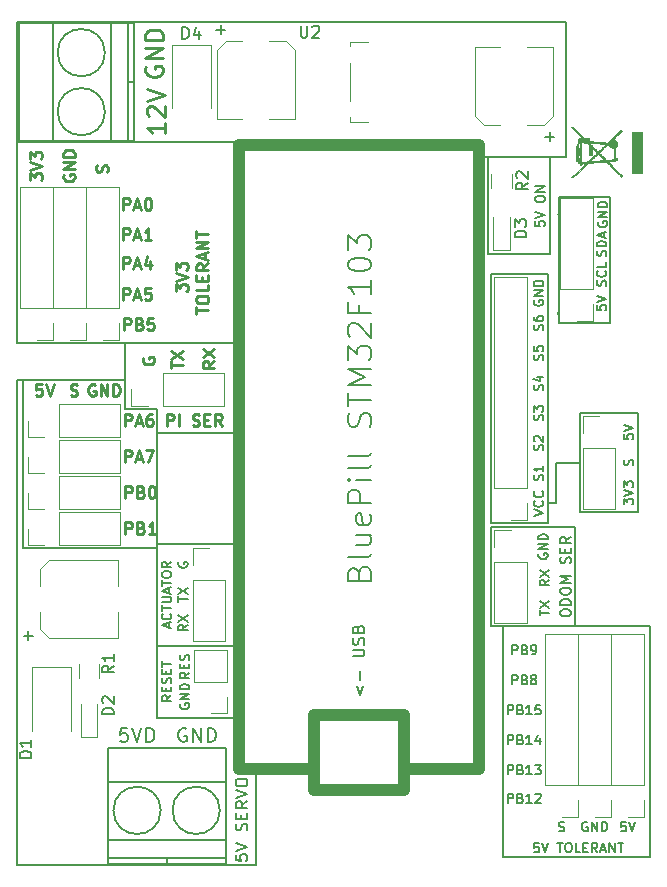
<source format=gto>
G04 #@! TF.FileFunction,Legend,Top*
%FSLAX46Y46*%
G04 Gerber Fmt 4.6, Leading zero omitted, Abs format (unit mm)*
G04 Created by KiCad (PCBNEW 4.0.6+dfsg1-1) date Mon Feb 26 19:35:47 2018*
%MOMM*%
%LPD*%
G01*
G04 APERTURE LIST*
%ADD10C,0.100000*%
%ADD11C,0.200000*%
%ADD12C,0.250000*%
%ADD13C,0.120000*%
%ADD14C,0.150000*%
%ADD15C,1.000000*%
%ADD16C,0.010000*%
G04 APERTURE END LIST*
D10*
D11*
X50236120Y56591200D02*
X50236120Y45923200D01*
X45918120Y56591200D02*
X50236120Y56591200D01*
X45918120Y50495200D02*
X45918120Y56591200D01*
X45918120Y45923200D02*
X50236120Y45923200D01*
X45918120Y50495200D02*
X45918120Y45923200D01*
X49163025Y47421820D02*
X49163025Y47040867D01*
X49543977Y47002772D01*
X49505882Y47040867D01*
X49467787Y47117058D01*
X49467787Y47307534D01*
X49505882Y47383724D01*
X49543977Y47421820D01*
X49620168Y47459915D01*
X49810644Y47459915D01*
X49886834Y47421820D01*
X49924930Y47383724D01*
X49963025Y47307534D01*
X49963025Y47117058D01*
X49924930Y47040867D01*
X49886834Y47002772D01*
X49163025Y47688486D02*
X49963025Y47955153D01*
X49163025Y48221820D01*
X49924930Y49098319D02*
X49963025Y49212605D01*
X49963025Y49403081D01*
X49924930Y49479271D01*
X49886834Y49517367D01*
X49810644Y49555462D01*
X49734453Y49555462D01*
X49658263Y49517367D01*
X49620168Y49479271D01*
X49582072Y49403081D01*
X49543977Y49250700D01*
X49505882Y49174509D01*
X49467787Y49136414D01*
X49391596Y49098319D01*
X49315406Y49098319D01*
X49239215Y49136414D01*
X49201120Y49174509D01*
X49163025Y49250700D01*
X49163025Y49441176D01*
X49201120Y49555462D01*
X49886834Y50355462D02*
X49924930Y50317367D01*
X49963025Y50203081D01*
X49963025Y50126891D01*
X49924930Y50012605D01*
X49848739Y49936414D01*
X49772549Y49898319D01*
X49620168Y49860224D01*
X49505882Y49860224D01*
X49353501Y49898319D01*
X49277310Y49936414D01*
X49201120Y50012605D01*
X49163025Y50126891D01*
X49163025Y50203081D01*
X49201120Y50317367D01*
X49239215Y50355462D01*
X49963025Y51079272D02*
X49963025Y50698319D01*
X49163025Y50698319D01*
X49924930Y51619272D02*
X49963025Y51733558D01*
X49963025Y51924034D01*
X49924930Y52000224D01*
X49886834Y52038320D01*
X49810644Y52076415D01*
X49734453Y52076415D01*
X49658263Y52038320D01*
X49620168Y52000224D01*
X49582072Y51924034D01*
X49543977Y51771653D01*
X49505882Y51695462D01*
X49467787Y51657367D01*
X49391596Y51619272D01*
X49315406Y51619272D01*
X49239215Y51657367D01*
X49201120Y51695462D01*
X49163025Y51771653D01*
X49163025Y51962129D01*
X49201120Y52076415D01*
X49963025Y52419272D02*
X49163025Y52419272D01*
X49163025Y52609748D01*
X49201120Y52724034D01*
X49277310Y52800225D01*
X49353501Y52838320D01*
X49505882Y52876415D01*
X49620168Y52876415D01*
X49772549Y52838320D01*
X49848739Y52800225D01*
X49924930Y52724034D01*
X49963025Y52609748D01*
X49963025Y52419272D01*
X49734453Y53181177D02*
X49734453Y53562129D01*
X49963025Y53104986D02*
X49163025Y53371653D01*
X49963025Y53638320D01*
X49264620Y54521177D02*
X49226525Y54444986D01*
X49226525Y54330701D01*
X49264620Y54216415D01*
X49340810Y54140224D01*
X49417001Y54102129D01*
X49569382Y54064034D01*
X49683668Y54064034D01*
X49836049Y54102129D01*
X49912239Y54140224D01*
X49988430Y54216415D01*
X50026525Y54330701D01*
X50026525Y54406891D01*
X49988430Y54521177D01*
X49950334Y54559272D01*
X49683668Y54559272D01*
X49683668Y54406891D01*
X50026525Y54902129D02*
X49226525Y54902129D01*
X50026525Y55359272D01*
X49226525Y55359272D01*
X50026525Y55740224D02*
X49226525Y55740224D01*
X49226525Y55930700D01*
X49264620Y56044986D01*
X49340810Y56121177D01*
X49417001Y56159272D01*
X49569382Y56197367D01*
X49683668Y56197367D01*
X49836049Y56159272D01*
X49912239Y56121177D01*
X49988430Y56044986D01*
X50026525Y55930700D01*
X50026525Y55740224D01*
X45854620Y55194200D02*
X45854620Y55130700D01*
X45854620Y46875700D02*
X45854620Y46685200D01*
X40203120Y28651200D02*
X47315120Y28651200D01*
X20264120Y76200D02*
X20264120Y7950200D01*
X20137120Y76200D02*
X20264120Y76200D01*
X71120Y76200D02*
X20137120Y76200D01*
X43956025Y54533963D02*
X43956025Y54153010D01*
X44336977Y54114915D01*
X44298882Y54153010D01*
X44260787Y54229201D01*
X44260787Y54419677D01*
X44298882Y54495867D01*
X44336977Y54533963D01*
X44413168Y54572058D01*
X44603644Y54572058D01*
X44679834Y54533963D01*
X44717930Y54495867D01*
X44756025Y54419677D01*
X44756025Y54229201D01*
X44717930Y54153010D01*
X44679834Y54114915D01*
X43956025Y54800629D02*
X44756025Y55067296D01*
X43956025Y55333963D01*
X43956025Y56362534D02*
X43956025Y56514915D01*
X43994120Y56591106D01*
X44070310Y56667296D01*
X44222691Y56705391D01*
X44489358Y56705391D01*
X44641739Y56667296D01*
X44717930Y56591106D01*
X44756025Y56514915D01*
X44756025Y56362534D01*
X44717930Y56286344D01*
X44641739Y56210153D01*
X44489358Y56172058D01*
X44222691Y56172058D01*
X44070310Y56210153D01*
X43994120Y56286344D01*
X43956025Y56362534D01*
X44756025Y57048248D02*
X43956025Y57048248D01*
X44756025Y57505391D01*
X43956025Y57505391D01*
X45156120Y51765200D02*
X45156120Y60020200D01*
X40203120Y51765200D02*
X45156120Y51765200D01*
X39949120Y60020200D02*
X39949120Y51765200D01*
X39949120Y51765200D02*
X40330120Y51765200D01*
X41219120Y711200D02*
X41346120Y711200D01*
X41219120Y20269200D02*
X41219120Y711200D01*
X47188120Y20269200D02*
X47315120Y20269200D01*
X53665120Y20269200D02*
X47188120Y20269200D01*
X53665120Y20015200D02*
X53665120Y20269200D01*
X53665120Y711200D02*
X53665120Y20015200D01*
X41346120Y711200D02*
X53665120Y711200D01*
X44235787Y1911295D02*
X43854834Y1911295D01*
X43816739Y1530343D01*
X43854834Y1568438D01*
X43931025Y1606533D01*
X44121501Y1606533D01*
X44197691Y1568438D01*
X44235787Y1530343D01*
X44273882Y1454152D01*
X44273882Y1263676D01*
X44235787Y1187486D01*
X44197691Y1149390D01*
X44121501Y1111295D01*
X43931025Y1111295D01*
X43854834Y1149390D01*
X43816739Y1187486D01*
X44502453Y1911295D02*
X44769120Y1111295D01*
X45035787Y1911295D01*
X45797691Y1911295D02*
X46254834Y1911295D01*
X46026263Y1111295D02*
X46026263Y1911295D01*
X46673882Y1911295D02*
X46826263Y1911295D01*
X46902454Y1873200D01*
X46978644Y1797010D01*
X47016739Y1644629D01*
X47016739Y1377962D01*
X46978644Y1225581D01*
X46902454Y1149390D01*
X46826263Y1111295D01*
X46673882Y1111295D01*
X46597692Y1149390D01*
X46521501Y1225581D01*
X46483406Y1377962D01*
X46483406Y1644629D01*
X46521501Y1797010D01*
X46597692Y1873200D01*
X46673882Y1911295D01*
X47740549Y1111295D02*
X47359596Y1111295D01*
X47359596Y1911295D01*
X48007215Y1530343D02*
X48273882Y1530343D01*
X48388168Y1111295D02*
X48007215Y1111295D01*
X48007215Y1911295D01*
X48388168Y1911295D01*
X49188168Y1111295D02*
X48921501Y1492248D01*
X48731025Y1111295D02*
X48731025Y1911295D01*
X49035787Y1911295D01*
X49111978Y1873200D01*
X49150073Y1835105D01*
X49188168Y1758914D01*
X49188168Y1644629D01*
X49150073Y1568438D01*
X49111978Y1530343D01*
X49035787Y1492248D01*
X48731025Y1492248D01*
X49492930Y1339867D02*
X49873882Y1339867D01*
X49416739Y1111295D02*
X49683406Y1911295D01*
X49950073Y1111295D01*
X50216739Y1111295D02*
X50216739Y1911295D01*
X50673882Y1111295D01*
X50673882Y1911295D01*
X50940548Y1911295D02*
X51397691Y1911295D01*
X51169120Y1111295D02*
X51169120Y1911295D01*
X42006644Y17875295D02*
X42006644Y18675295D01*
X42311406Y18675295D01*
X42387597Y18637200D01*
X42425692Y18599105D01*
X42463787Y18522914D01*
X42463787Y18408629D01*
X42425692Y18332438D01*
X42387597Y18294343D01*
X42311406Y18256248D01*
X42006644Y18256248D01*
X43073311Y18294343D02*
X43187597Y18256248D01*
X43225692Y18218152D01*
X43263787Y18141962D01*
X43263787Y18027676D01*
X43225692Y17951486D01*
X43187597Y17913390D01*
X43111406Y17875295D01*
X42806644Y17875295D01*
X42806644Y18675295D01*
X43073311Y18675295D01*
X43149501Y18637200D01*
X43187597Y18599105D01*
X43225692Y18522914D01*
X43225692Y18446724D01*
X43187597Y18370533D01*
X43149501Y18332438D01*
X43073311Y18294343D01*
X42806644Y18294343D01*
X43644739Y17875295D02*
X43797120Y17875295D01*
X43873311Y17913390D01*
X43911406Y17951486D01*
X43987597Y18065771D01*
X44025692Y18218152D01*
X44025692Y18522914D01*
X43987597Y18599105D01*
X43949501Y18637200D01*
X43873311Y18675295D01*
X43720930Y18675295D01*
X43644739Y18637200D01*
X43606644Y18599105D01*
X43568549Y18522914D01*
X43568549Y18332438D01*
X43606644Y18256248D01*
X43644739Y18218152D01*
X43720930Y18180057D01*
X43873311Y18180057D01*
X43949501Y18218152D01*
X43987597Y18256248D01*
X44025692Y18332438D01*
X42006644Y15335295D02*
X42006644Y16135295D01*
X42311406Y16135295D01*
X42387597Y16097200D01*
X42425692Y16059105D01*
X42463787Y15982914D01*
X42463787Y15868629D01*
X42425692Y15792438D01*
X42387597Y15754343D01*
X42311406Y15716248D01*
X42006644Y15716248D01*
X43073311Y15754343D02*
X43187597Y15716248D01*
X43225692Y15678152D01*
X43263787Y15601962D01*
X43263787Y15487676D01*
X43225692Y15411486D01*
X43187597Y15373390D01*
X43111406Y15335295D01*
X42806644Y15335295D01*
X42806644Y16135295D01*
X43073311Y16135295D01*
X43149501Y16097200D01*
X43187597Y16059105D01*
X43225692Y15982914D01*
X43225692Y15906724D01*
X43187597Y15830533D01*
X43149501Y15792438D01*
X43073311Y15754343D01*
X42806644Y15754343D01*
X43720930Y15792438D02*
X43644739Y15830533D01*
X43606644Y15868629D01*
X43568549Y15944819D01*
X43568549Y15982914D01*
X43606644Y16059105D01*
X43644739Y16097200D01*
X43720930Y16135295D01*
X43873311Y16135295D01*
X43949501Y16097200D01*
X43987597Y16059105D01*
X44025692Y15982914D01*
X44025692Y15944819D01*
X43987597Y15868629D01*
X43949501Y15830533D01*
X43873311Y15792438D01*
X43720930Y15792438D01*
X43644739Y15754343D01*
X43606644Y15716248D01*
X43568549Y15640057D01*
X43568549Y15487676D01*
X43606644Y15411486D01*
X43644739Y15373390D01*
X43720930Y15335295D01*
X43873311Y15335295D01*
X43949501Y15373390D01*
X43987597Y15411486D01*
X44025692Y15487676D01*
X44025692Y15640057D01*
X43987597Y15716248D01*
X43949501Y15754343D01*
X43873311Y15792438D01*
X41625691Y12795295D02*
X41625691Y13595295D01*
X41930453Y13595295D01*
X42006644Y13557200D01*
X42044739Y13519105D01*
X42082834Y13442914D01*
X42082834Y13328629D01*
X42044739Y13252438D01*
X42006644Y13214343D01*
X41930453Y13176248D01*
X41625691Y13176248D01*
X42692358Y13214343D02*
X42806644Y13176248D01*
X42844739Y13138152D01*
X42882834Y13061962D01*
X42882834Y12947676D01*
X42844739Y12871486D01*
X42806644Y12833390D01*
X42730453Y12795295D01*
X42425691Y12795295D01*
X42425691Y13595295D01*
X42692358Y13595295D01*
X42768548Y13557200D01*
X42806644Y13519105D01*
X42844739Y13442914D01*
X42844739Y13366724D01*
X42806644Y13290533D01*
X42768548Y13252438D01*
X42692358Y13214343D01*
X42425691Y13214343D01*
X43644739Y12795295D02*
X43187596Y12795295D01*
X43416167Y12795295D02*
X43416167Y13595295D01*
X43339977Y13481010D01*
X43263786Y13404819D01*
X43187596Y13366724D01*
X44368549Y13595295D02*
X43987596Y13595295D01*
X43949501Y13214343D01*
X43987596Y13252438D01*
X44063787Y13290533D01*
X44254263Y13290533D01*
X44330453Y13252438D01*
X44368549Y13214343D01*
X44406644Y13138152D01*
X44406644Y12947676D01*
X44368549Y12871486D01*
X44330453Y12833390D01*
X44254263Y12795295D01*
X44063787Y12795295D01*
X43987596Y12833390D01*
X43949501Y12871486D01*
X41625691Y10255295D02*
X41625691Y11055295D01*
X41930453Y11055295D01*
X42006644Y11017200D01*
X42044739Y10979105D01*
X42082834Y10902914D01*
X42082834Y10788629D01*
X42044739Y10712438D01*
X42006644Y10674343D01*
X41930453Y10636248D01*
X41625691Y10636248D01*
X42692358Y10674343D02*
X42806644Y10636248D01*
X42844739Y10598152D01*
X42882834Y10521962D01*
X42882834Y10407676D01*
X42844739Y10331486D01*
X42806644Y10293390D01*
X42730453Y10255295D01*
X42425691Y10255295D01*
X42425691Y11055295D01*
X42692358Y11055295D01*
X42768548Y11017200D01*
X42806644Y10979105D01*
X42844739Y10902914D01*
X42844739Y10826724D01*
X42806644Y10750533D01*
X42768548Y10712438D01*
X42692358Y10674343D01*
X42425691Y10674343D01*
X43644739Y10255295D02*
X43187596Y10255295D01*
X43416167Y10255295D02*
X43416167Y11055295D01*
X43339977Y10941010D01*
X43263786Y10864819D01*
X43187596Y10826724D01*
X44330453Y10788629D02*
X44330453Y10255295D01*
X44139977Y11093390D02*
X43949501Y10521962D01*
X44444739Y10521962D01*
X41625691Y7715295D02*
X41625691Y8515295D01*
X41930453Y8515295D01*
X42006644Y8477200D01*
X42044739Y8439105D01*
X42082834Y8362914D01*
X42082834Y8248629D01*
X42044739Y8172438D01*
X42006644Y8134343D01*
X41930453Y8096248D01*
X41625691Y8096248D01*
X42692358Y8134343D02*
X42806644Y8096248D01*
X42844739Y8058152D01*
X42882834Y7981962D01*
X42882834Y7867676D01*
X42844739Y7791486D01*
X42806644Y7753390D01*
X42730453Y7715295D01*
X42425691Y7715295D01*
X42425691Y8515295D01*
X42692358Y8515295D01*
X42768548Y8477200D01*
X42806644Y8439105D01*
X42844739Y8362914D01*
X42844739Y8286724D01*
X42806644Y8210533D01*
X42768548Y8172438D01*
X42692358Y8134343D01*
X42425691Y8134343D01*
X43644739Y7715295D02*
X43187596Y7715295D01*
X43416167Y7715295D02*
X43416167Y8515295D01*
X43339977Y8401010D01*
X43263786Y8324819D01*
X43187596Y8286724D01*
X43911406Y8515295D02*
X44406644Y8515295D01*
X44139977Y8210533D01*
X44254263Y8210533D01*
X44330453Y8172438D01*
X44368549Y8134343D01*
X44406644Y8058152D01*
X44406644Y7867676D01*
X44368549Y7791486D01*
X44330453Y7753390D01*
X44254263Y7715295D01*
X44025691Y7715295D01*
X43949501Y7753390D01*
X43911406Y7791486D01*
X41625691Y5302295D02*
X41625691Y6102295D01*
X41930453Y6102295D01*
X42006644Y6064200D01*
X42044739Y6026105D01*
X42082834Y5949914D01*
X42082834Y5835629D01*
X42044739Y5759438D01*
X42006644Y5721343D01*
X41930453Y5683248D01*
X41625691Y5683248D01*
X42692358Y5721343D02*
X42806644Y5683248D01*
X42844739Y5645152D01*
X42882834Y5568962D01*
X42882834Y5454676D01*
X42844739Y5378486D01*
X42806644Y5340390D01*
X42730453Y5302295D01*
X42425691Y5302295D01*
X42425691Y6102295D01*
X42692358Y6102295D01*
X42768548Y6064200D01*
X42806644Y6026105D01*
X42844739Y5949914D01*
X42844739Y5873724D01*
X42806644Y5797533D01*
X42768548Y5759438D01*
X42692358Y5721343D01*
X42425691Y5721343D01*
X43644739Y5302295D02*
X43187596Y5302295D01*
X43416167Y5302295D02*
X43416167Y6102295D01*
X43339977Y5988010D01*
X43263786Y5911819D01*
X43187596Y5873724D01*
X43949501Y6026105D02*
X43987596Y6064200D01*
X44063787Y6102295D01*
X44254263Y6102295D01*
X44330453Y6064200D01*
X44368549Y6026105D01*
X44406644Y5949914D01*
X44406644Y5873724D01*
X44368549Y5759438D01*
X43911406Y5302295D01*
X44406644Y5302295D01*
X45943549Y2927390D02*
X46057835Y2889295D01*
X46248311Y2889295D01*
X46324501Y2927390D01*
X46362597Y2965486D01*
X46400692Y3041676D01*
X46400692Y3117867D01*
X46362597Y3194057D01*
X46324501Y3232152D01*
X46248311Y3270248D01*
X46095930Y3308343D01*
X46019739Y3346438D01*
X45981644Y3384533D01*
X45943549Y3460724D01*
X45943549Y3536914D01*
X45981644Y3613105D01*
X46019739Y3651200D01*
X46095930Y3689295D01*
X46286406Y3689295D01*
X46400692Y3651200D01*
X48356597Y3651200D02*
X48280406Y3689295D01*
X48166121Y3689295D01*
X48051835Y3651200D01*
X47975644Y3575010D01*
X47937549Y3498819D01*
X47899454Y3346438D01*
X47899454Y3232152D01*
X47937549Y3079771D01*
X47975644Y3003581D01*
X48051835Y2927390D01*
X48166121Y2889295D01*
X48242311Y2889295D01*
X48356597Y2927390D01*
X48394692Y2965486D01*
X48394692Y3232152D01*
X48242311Y3232152D01*
X48737549Y2889295D02*
X48737549Y3689295D01*
X49194692Y2889295D01*
X49194692Y3689295D01*
X49575644Y2889295D02*
X49575644Y3689295D01*
X49766120Y3689295D01*
X49880406Y3651200D01*
X49956597Y3575010D01*
X49994692Y3498819D01*
X50032787Y3346438D01*
X50032787Y3232152D01*
X49994692Y3079771D01*
X49956597Y3003581D01*
X49880406Y2927390D01*
X49766120Y2889295D01*
X49575644Y2889295D01*
X51607740Y3689295D02*
X51226787Y3689295D01*
X51188692Y3308343D01*
X51226787Y3346438D01*
X51302978Y3384533D01*
X51493454Y3384533D01*
X51569644Y3346438D01*
X51607740Y3308343D01*
X51645835Y3232152D01*
X51645835Y3041676D01*
X51607740Y2965486D01*
X51569644Y2927390D01*
X51493454Y2889295D01*
X51302978Y2889295D01*
X51226787Y2927390D01*
X51188692Y2965486D01*
X51874406Y3689295D02*
X52141073Y2889295D01*
X52407740Y3689295D01*
X71120Y41097200D02*
X706120Y41097200D01*
X71120Y76200D02*
X71120Y41097200D01*
X11882120Y12522200D02*
X18613120Y12522200D01*
X11882120Y18618200D02*
X11882120Y12522200D01*
X18994120Y18618200D02*
X18994120Y18745200D01*
X11882120Y18618200D02*
X18994120Y18618200D01*
X11882120Y27254200D02*
X11882120Y18618200D01*
X18613120Y27254200D02*
X11882120Y27254200D01*
X9215120Y41097200D02*
X9215120Y44272200D01*
X11882120Y36652200D02*
X18613120Y36652200D01*
D12*
X13507501Y48622152D02*
X13507501Y49241200D01*
X13888453Y48907866D01*
X13888453Y49050724D01*
X13936072Y49145962D01*
X13983691Y49193581D01*
X14078930Y49241200D01*
X14317025Y49241200D01*
X14412263Y49193581D01*
X14459882Y49145962D01*
X14507501Y49050724D01*
X14507501Y48765009D01*
X14459882Y48669771D01*
X14412263Y48622152D01*
X13507501Y49526914D02*
X14507501Y49860247D01*
X13507501Y50193581D01*
X13507501Y50431676D02*
X13507501Y51050724D01*
X13888453Y50717390D01*
X13888453Y50860248D01*
X13936072Y50955486D01*
X13983691Y51003105D01*
X14078930Y51050724D01*
X14317025Y51050724D01*
X14412263Y51003105D01*
X14459882Y50955486D01*
X14507501Y50860248D01*
X14507501Y50574533D01*
X14459882Y50479295D01*
X14412263Y50431676D01*
X15257501Y46741200D02*
X15257501Y47312629D01*
X16257501Y47026914D02*
X15257501Y47026914D01*
X15257501Y47836438D02*
X15257501Y48026915D01*
X15305120Y48122153D01*
X15400358Y48217391D01*
X15590834Y48265010D01*
X15924168Y48265010D01*
X16114644Y48217391D01*
X16209882Y48122153D01*
X16257501Y48026915D01*
X16257501Y47836438D01*
X16209882Y47741200D01*
X16114644Y47645962D01*
X15924168Y47598343D01*
X15590834Y47598343D01*
X15400358Y47645962D01*
X15305120Y47741200D01*
X15257501Y47836438D01*
X16257501Y49169772D02*
X16257501Y48693581D01*
X15257501Y48693581D01*
X15733691Y49503105D02*
X15733691Y49836439D01*
X16257501Y49979296D02*
X16257501Y49503105D01*
X15257501Y49503105D01*
X15257501Y49979296D01*
X16257501Y50979296D02*
X15781310Y50645962D01*
X16257501Y50407867D02*
X15257501Y50407867D01*
X15257501Y50788820D01*
X15305120Y50884058D01*
X15352739Y50931677D01*
X15447977Y50979296D01*
X15590834Y50979296D01*
X15686072Y50931677D01*
X15733691Y50884058D01*
X15781310Y50788820D01*
X15781310Y50407867D01*
X15971787Y51360248D02*
X15971787Y51836439D01*
X16257501Y51265010D02*
X15257501Y51598343D01*
X16257501Y51931677D01*
X16257501Y52265010D02*
X15257501Y52265010D01*
X16257501Y52836439D01*
X15257501Y52836439D01*
X15257501Y53169772D02*
X15257501Y53741201D01*
X16257501Y53455486D02*
X15257501Y53455486D01*
D11*
X18613120Y44272200D02*
X18613120Y44399200D01*
X12009120Y44272200D02*
X18613120Y44272200D01*
X71120Y61290200D02*
X198120Y61290200D01*
X71120Y44272200D02*
X71120Y61290200D01*
X12136120Y44272200D02*
X71120Y44272200D01*
D12*
X12747596Y37215819D02*
X12747596Y38215819D01*
X13128549Y38215819D01*
X13223787Y38168200D01*
X13271406Y38120581D01*
X13319025Y38025343D01*
X13319025Y37882486D01*
X13271406Y37787248D01*
X13223787Y37739629D01*
X13128549Y37692010D01*
X12747596Y37692010D01*
X13747596Y37215819D02*
X13747596Y38215819D01*
X14938072Y37263438D02*
X15080929Y37215819D01*
X15319025Y37215819D01*
X15414263Y37263438D01*
X15461882Y37311057D01*
X15509501Y37406295D01*
X15509501Y37501533D01*
X15461882Y37596771D01*
X15414263Y37644390D01*
X15319025Y37692010D01*
X15128548Y37739629D01*
X15033310Y37787248D01*
X14985691Y37834867D01*
X14938072Y37930105D01*
X14938072Y38025343D01*
X14985691Y38120581D01*
X15033310Y38168200D01*
X15128548Y38215819D01*
X15366644Y38215819D01*
X15509501Y38168200D01*
X15938072Y37739629D02*
X16271406Y37739629D01*
X16414263Y37215819D02*
X15938072Y37215819D01*
X15938072Y38215819D01*
X16414263Y38215819D01*
X17414263Y37215819D02*
X17080929Y37692010D01*
X16842834Y37215819D02*
X16842834Y38215819D01*
X17223787Y38215819D01*
X17319025Y38168200D01*
X17366644Y38120581D01*
X17414263Y38025343D01*
X17414263Y37882486D01*
X17366644Y37787248D01*
X17319025Y37739629D01*
X17223787Y37692010D01*
X16842834Y37692010D01*
X16779501Y42708534D02*
X16303310Y42375200D01*
X16779501Y42137105D02*
X15779501Y42137105D01*
X15779501Y42518058D01*
X15827120Y42613296D01*
X15874739Y42660915D01*
X15969977Y42708534D01*
X16112834Y42708534D01*
X16208072Y42660915D01*
X16255691Y42613296D01*
X16303310Y42518058D01*
X16303310Y42137105D01*
X15779501Y43041867D02*
X16779501Y43708534D01*
X15779501Y43708534D02*
X16779501Y43041867D01*
X13112501Y42113295D02*
X13112501Y42684724D01*
X14112501Y42399009D02*
X13112501Y42399009D01*
X13112501Y42922819D02*
X14112501Y43589486D01*
X13112501Y43589486D02*
X14112501Y42922819D01*
X10747120Y43010105D02*
X10699501Y42914867D01*
X10699501Y42772010D01*
X10747120Y42629152D01*
X10842358Y42533914D01*
X10937596Y42486295D01*
X11128072Y42438676D01*
X11270930Y42438676D01*
X11461406Y42486295D01*
X11556644Y42533914D01*
X11651882Y42629152D01*
X11699501Y42772010D01*
X11699501Y42867248D01*
X11651882Y43010105D01*
X11604263Y43057724D01*
X11270930Y43057724D01*
X11270930Y42867248D01*
X9120025Y45343819D02*
X9120025Y46343819D01*
X9500978Y46343819D01*
X9596216Y46296200D01*
X9643835Y46248581D01*
X9691454Y46153343D01*
X9691454Y46010486D01*
X9643835Y45915248D01*
X9596216Y45867629D01*
X9500978Y45820010D01*
X9120025Y45820010D01*
X10453359Y45867629D02*
X10596216Y45820010D01*
X10643835Y45772390D01*
X10691454Y45677152D01*
X10691454Y45534295D01*
X10643835Y45439057D01*
X10596216Y45391438D01*
X10500978Y45343819D01*
X10120025Y45343819D01*
X10120025Y46343819D01*
X10453359Y46343819D01*
X10548597Y46296200D01*
X10596216Y46248581D01*
X10643835Y46153343D01*
X10643835Y46058105D01*
X10596216Y45962867D01*
X10548597Y45915248D01*
X10453359Y45867629D01*
X10120025Y45867629D01*
X11596216Y46343819D02*
X11120025Y46343819D01*
X11072406Y45867629D01*
X11120025Y45915248D01*
X11215263Y45962867D01*
X11453359Y45962867D01*
X11548597Y45915248D01*
X11596216Y45867629D01*
X11643835Y45772390D01*
X11643835Y45534295D01*
X11596216Y45439057D01*
X11548597Y45391438D01*
X11453359Y45343819D01*
X11215263Y45343819D01*
X11120025Y45391438D01*
X11072406Y45439057D01*
X9064453Y47883819D02*
X9064453Y48883819D01*
X9445406Y48883819D01*
X9540644Y48836200D01*
X9588263Y48788581D01*
X9635882Y48693343D01*
X9635882Y48550486D01*
X9588263Y48455248D01*
X9540644Y48407629D01*
X9445406Y48360010D01*
X9064453Y48360010D01*
X10016834Y48169533D02*
X10493025Y48169533D01*
X9921596Y47883819D02*
X10254929Y48883819D01*
X10588263Y47883819D01*
X11397787Y48883819D02*
X10921596Y48883819D01*
X10873977Y48407629D01*
X10921596Y48455248D01*
X11016834Y48502867D01*
X11254930Y48502867D01*
X11350168Y48455248D01*
X11397787Y48407629D01*
X11445406Y48312390D01*
X11445406Y48074295D01*
X11397787Y47979057D01*
X11350168Y47931438D01*
X11254930Y47883819D01*
X11016834Y47883819D01*
X10921596Y47931438D01*
X10873977Y47979057D01*
X9064453Y50550819D02*
X9064453Y51550819D01*
X9445406Y51550819D01*
X9540644Y51503200D01*
X9588263Y51455581D01*
X9635882Y51360343D01*
X9635882Y51217486D01*
X9588263Y51122248D01*
X9540644Y51074629D01*
X9445406Y51027010D01*
X9064453Y51027010D01*
X10016834Y50836533D02*
X10493025Y50836533D01*
X9921596Y50550819D02*
X10254929Y51550819D01*
X10588263Y50550819D01*
X11350168Y51217486D02*
X11350168Y50550819D01*
X11112072Y51598438D02*
X10873977Y50884152D01*
X11493025Y50884152D01*
X9064453Y52963819D02*
X9064453Y53963819D01*
X9445406Y53963819D01*
X9540644Y53916200D01*
X9588263Y53868581D01*
X9635882Y53773343D01*
X9635882Y53630486D01*
X9588263Y53535248D01*
X9540644Y53487629D01*
X9445406Y53440010D01*
X9064453Y53440010D01*
X10016834Y53249533D02*
X10493025Y53249533D01*
X9921596Y52963819D02*
X10254929Y53963819D01*
X10588263Y52963819D01*
X11445406Y52963819D02*
X10873977Y52963819D01*
X11159691Y52963819D02*
X11159691Y53963819D01*
X11064453Y53820962D01*
X10969215Y53725724D01*
X10873977Y53678105D01*
X9064453Y55503819D02*
X9064453Y56503819D01*
X9445406Y56503819D01*
X9540644Y56456200D01*
X9588263Y56408581D01*
X9635882Y56313343D01*
X9635882Y56170486D01*
X9588263Y56075248D01*
X9540644Y56027629D01*
X9445406Y55980010D01*
X9064453Y55980010D01*
X10016834Y55789533D02*
X10493025Y55789533D01*
X9921596Y55503819D02*
X10254929Y56503819D01*
X10588263Y55503819D01*
X11112072Y56503819D02*
X11207311Y56503819D01*
X11302549Y56456200D01*
X11350168Y56408581D01*
X11397787Y56313343D01*
X11445406Y56122867D01*
X11445406Y55884771D01*
X11397787Y55694295D01*
X11350168Y55599057D01*
X11302549Y55551438D01*
X11207311Y55503819D01*
X11112072Y55503819D01*
X11016834Y55551438D01*
X10969215Y55599057D01*
X10921596Y55694295D01*
X10873977Y55884771D01*
X10873977Y56122867D01*
X10921596Y56313343D01*
X10969215Y56408581D01*
X11016834Y56456200D01*
X11112072Y56503819D01*
X7714882Y58718486D02*
X7762501Y58861343D01*
X7762501Y59099439D01*
X7714882Y59194677D01*
X7667263Y59242296D01*
X7572025Y59289915D01*
X7476787Y59289915D01*
X7381549Y59242296D01*
X7333930Y59194677D01*
X7286310Y59099439D01*
X7238691Y58908962D01*
X7191072Y58813724D01*
X7143453Y58766105D01*
X7048215Y58718486D01*
X6952977Y58718486D01*
X6857739Y58766105D01*
X6810120Y58813724D01*
X6762501Y58908962D01*
X6762501Y59147058D01*
X6810120Y59289915D01*
X4016120Y58496296D02*
X3968501Y58401058D01*
X3968501Y58258201D01*
X4016120Y58115343D01*
X4111358Y58020105D01*
X4206596Y57972486D01*
X4397072Y57924867D01*
X4539930Y57924867D01*
X4730406Y57972486D01*
X4825644Y58020105D01*
X4920882Y58115343D01*
X4968501Y58258201D01*
X4968501Y58353439D01*
X4920882Y58496296D01*
X4873263Y58543915D01*
X4539930Y58543915D01*
X4539930Y58353439D01*
X4968501Y58972486D02*
X3968501Y58972486D01*
X4968501Y59543915D01*
X3968501Y59543915D01*
X4968501Y60020105D02*
X3968501Y60020105D01*
X3968501Y60258200D01*
X4016120Y60401058D01*
X4111358Y60496296D01*
X4206596Y60543915D01*
X4397072Y60591534D01*
X4539930Y60591534D01*
X4730406Y60543915D01*
X4825644Y60496296D01*
X4920882Y60401058D01*
X4968501Y60258200D01*
X4968501Y60020105D01*
X1174501Y58020105D02*
X1174501Y58639153D01*
X1555453Y58305819D01*
X1555453Y58448677D01*
X1603072Y58543915D01*
X1650691Y58591534D01*
X1745930Y58639153D01*
X1984025Y58639153D01*
X2079263Y58591534D01*
X2126882Y58543915D01*
X2174501Y58448677D01*
X2174501Y58162962D01*
X2126882Y58067724D01*
X2079263Y58020105D01*
X1174501Y58924867D02*
X2174501Y59258200D01*
X1174501Y59591534D01*
X1174501Y59829629D02*
X1174501Y60448677D01*
X1555453Y60115343D01*
X1555453Y60258201D01*
X1603072Y60353439D01*
X1650691Y60401058D01*
X1745930Y60448677D01*
X1984025Y60448677D01*
X2079263Y60401058D01*
X2126882Y60353439D01*
X2174501Y60258201D01*
X2174501Y59972486D01*
X2126882Y59877248D01*
X2079263Y59829629D01*
D11*
X71120Y61290200D02*
X18740120Y61290200D01*
X71120Y71450200D02*
X71120Y61290200D01*
X46553120Y71450200D02*
X71120Y71450200D01*
X46553120Y60020200D02*
X46553120Y71450200D01*
X45156120Y60020200D02*
X46553120Y60020200D01*
X39314120Y60020200D02*
X39314120Y60147200D01*
X39949120Y60020200D02*
X39314120Y60020200D01*
X45156120Y60020200D02*
X39949120Y60020200D01*
X47696120Y38303200D02*
X47696120Y34112200D01*
X52649120Y38303200D02*
X47696120Y38303200D01*
X52649120Y29921200D02*
X52649120Y38303200D01*
X47696120Y29921200D02*
X52649120Y29921200D01*
X47696120Y34112200D02*
X47696120Y29921200D01*
X45664120Y34112200D02*
X47696120Y34112200D01*
X45664120Y30683200D02*
X45664120Y34112200D01*
X45029120Y30683200D02*
X45664120Y30683200D01*
X40203120Y50114200D02*
X40203120Y29032200D01*
X45029120Y50114200D02*
X40203120Y50114200D01*
X45029120Y29032200D02*
X45029120Y50114200D01*
X40203120Y29032200D02*
X45029120Y29032200D01*
X47315120Y20269200D02*
X40203120Y20269200D01*
X47315120Y20396200D02*
X47315120Y20269200D01*
X47315120Y28651200D02*
X47315120Y20396200D01*
X40203120Y20269200D02*
X40203120Y28651200D01*
X9215120Y38684200D02*
X11882120Y38684200D01*
X9215120Y38811200D02*
X9215120Y38684200D01*
X9215120Y41097200D02*
X9215120Y38811200D01*
X579120Y41097200D02*
X9215120Y41097200D01*
X579120Y26873200D02*
X579120Y41097200D01*
X11882120Y26873200D02*
X579120Y26873200D01*
X11882120Y38684200D02*
X11882120Y26873200D01*
D12*
X11005120Y67640343D02*
X10933691Y67497486D01*
X10933691Y67283200D01*
X11005120Y67068915D01*
X11147977Y66926057D01*
X11290834Y66854629D01*
X11576549Y66783200D01*
X11790834Y66783200D01*
X12076549Y66854629D01*
X12219406Y66926057D01*
X12362263Y67068915D01*
X12433691Y67283200D01*
X12433691Y67426057D01*
X12362263Y67640343D01*
X12290834Y67711772D01*
X11790834Y67711772D01*
X11790834Y67426057D01*
X12433691Y68354629D02*
X10933691Y68354629D01*
X12433691Y69211772D01*
X10933691Y69211772D01*
X12433691Y69926058D02*
X10933691Y69926058D01*
X10933691Y70283201D01*
X11005120Y70497486D01*
X11147977Y70640344D01*
X11290834Y70711772D01*
X11576549Y70783201D01*
X11790834Y70783201D01*
X12076549Y70711772D01*
X12219406Y70640344D01*
X12362263Y70497486D01*
X12433691Y70283201D01*
X12433691Y69926058D01*
D11*
X9402549Y11655343D02*
X8831120Y11655343D01*
X8773977Y11083914D01*
X8831120Y11141057D01*
X8945406Y11198200D01*
X9231120Y11198200D01*
X9345406Y11141057D01*
X9402549Y11083914D01*
X9459692Y10969629D01*
X9459692Y10683914D01*
X9402549Y10569629D01*
X9345406Y10512486D01*
X9231120Y10455343D01*
X8945406Y10455343D01*
X8831120Y10512486D01*
X8773977Y10569629D01*
X9802549Y11655343D02*
X10202549Y10455343D01*
X10602549Y11655343D01*
X11002548Y10455343D02*
X11002548Y11655343D01*
X11288263Y11655343D01*
X11459691Y11598200D01*
X11573977Y11483914D01*
X11631120Y11369629D01*
X11688263Y11141057D01*
X11688263Y10969629D01*
X11631120Y10741057D01*
X11573977Y10626771D01*
X11459691Y10512486D01*
X11288263Y10455343D01*
X11002548Y10455343D01*
X14396835Y11598200D02*
X14282549Y11655343D01*
X14111120Y11655343D01*
X13939692Y11598200D01*
X13825406Y11483914D01*
X13768263Y11369629D01*
X13711120Y11141057D01*
X13711120Y10969629D01*
X13768263Y10741057D01*
X13825406Y10626771D01*
X13939692Y10512486D01*
X14111120Y10455343D01*
X14225406Y10455343D01*
X14396835Y10512486D01*
X14453978Y10569629D01*
X14453978Y10969629D01*
X14225406Y10969629D01*
X14968263Y10455343D02*
X14968263Y11655343D01*
X15653978Y10455343D01*
X15653978Y11655343D01*
X16225406Y10455343D02*
X16225406Y11655343D01*
X16511121Y11655343D01*
X16682549Y11598200D01*
X16796835Y11483914D01*
X16853978Y11369629D01*
X16911121Y11141057D01*
X16911121Y10969629D01*
X16853978Y10741057D01*
X16796835Y10626771D01*
X16682549Y10512486D01*
X16511121Y10455343D01*
X16225406Y10455343D01*
X39441120Y50622200D02*
X39441120Y50876200D01*
D12*
X12560691Y62901629D02*
X12560691Y62044486D01*
X12560691Y62473058D02*
X11060691Y62473058D01*
X11274977Y62330201D01*
X11417834Y62187343D01*
X11489263Y62044486D01*
X11203549Y63473057D02*
X11132120Y63544486D01*
X11060691Y63687343D01*
X11060691Y64044486D01*
X11132120Y64187343D01*
X11203549Y64258772D01*
X11346406Y64330200D01*
X11489263Y64330200D01*
X11703549Y64258772D01*
X12560691Y63401629D01*
X12560691Y64330200D01*
X11060691Y64758771D02*
X12560691Y65258771D01*
X11060691Y65758771D01*
D11*
X51449025Y30581724D02*
X51449025Y31076962D01*
X51753787Y30810295D01*
X51753787Y30924581D01*
X51791882Y31000771D01*
X51829977Y31038867D01*
X51906168Y31076962D01*
X52096644Y31076962D01*
X52172834Y31038867D01*
X52210930Y31000771D01*
X52249025Y30924581D01*
X52249025Y30696009D01*
X52210930Y30619819D01*
X52172834Y30581724D01*
X51449025Y31305533D02*
X52249025Y31572200D01*
X51449025Y31838867D01*
X51449025Y32029343D02*
X51449025Y32524581D01*
X51753787Y32257914D01*
X51753787Y32372200D01*
X51791882Y32448390D01*
X51829977Y32486486D01*
X51906168Y32524581D01*
X52096644Y32524581D01*
X52172834Y32486486D01*
X52210930Y32448390D01*
X52249025Y32372200D01*
X52249025Y32143628D01*
X52210930Y32067438D01*
X52172834Y32029343D01*
X52210930Y33883629D02*
X52249025Y33997915D01*
X52249025Y34188391D01*
X52210930Y34264581D01*
X52172834Y34302677D01*
X52096644Y34340772D01*
X52020453Y34340772D01*
X51944263Y34302677D01*
X51906168Y34264581D01*
X51868072Y34188391D01*
X51829977Y34036010D01*
X51791882Y33959819D01*
X51753787Y33921724D01*
X51677596Y33883629D01*
X51601406Y33883629D01*
X51525215Y33921724D01*
X51487120Y33959819D01*
X51449025Y34036010D01*
X51449025Y34226486D01*
X51487120Y34340772D01*
X51449025Y36499820D02*
X51449025Y36118867D01*
X51829977Y36080772D01*
X51791882Y36118867D01*
X51753787Y36195058D01*
X51753787Y36385534D01*
X51791882Y36461724D01*
X51829977Y36499820D01*
X51906168Y36537915D01*
X52096644Y36537915D01*
X52172834Y36499820D01*
X52210930Y36461724D01*
X52249025Y36385534D01*
X52249025Y36195058D01*
X52210930Y36118867D01*
X52172834Y36080772D01*
X51449025Y36766486D02*
X52249025Y37033153D01*
X51449025Y37299820D01*
X43829025Y29616533D02*
X44629025Y29883200D01*
X43829025Y30149867D01*
X44552834Y30873676D02*
X44590930Y30835581D01*
X44629025Y30721295D01*
X44629025Y30645105D01*
X44590930Y30530819D01*
X44514739Y30454628D01*
X44438549Y30416533D01*
X44286168Y30378438D01*
X44171882Y30378438D01*
X44019501Y30416533D01*
X43943310Y30454628D01*
X43867120Y30530819D01*
X43829025Y30645105D01*
X43829025Y30721295D01*
X43867120Y30835581D01*
X43905215Y30873676D01*
X44552834Y31673676D02*
X44590930Y31635581D01*
X44629025Y31521295D01*
X44629025Y31445105D01*
X44590930Y31330819D01*
X44514739Y31254628D01*
X44438549Y31216533D01*
X44286168Y31178438D01*
X44171882Y31178438D01*
X44019501Y31216533D01*
X43943310Y31254628D01*
X43867120Y31330819D01*
X43829025Y31445105D01*
X43829025Y31521295D01*
X43867120Y31635581D01*
X43905215Y31673676D01*
X44590930Y32613676D02*
X44629025Y32727962D01*
X44629025Y32918438D01*
X44590930Y32994628D01*
X44552834Y33032724D01*
X44476644Y33070819D01*
X44400453Y33070819D01*
X44324263Y33032724D01*
X44286168Y32994628D01*
X44248072Y32918438D01*
X44209977Y32766057D01*
X44171882Y32689866D01*
X44133787Y32651771D01*
X44057596Y32613676D01*
X43981406Y32613676D01*
X43905215Y32651771D01*
X43867120Y32689866D01*
X43829025Y32766057D01*
X43829025Y32956533D01*
X43867120Y33070819D01*
X44629025Y33832724D02*
X44629025Y33375581D01*
X44629025Y33604152D02*
X43829025Y33604152D01*
X43943310Y33527962D01*
X44019501Y33451771D01*
X44057596Y33375581D01*
X44590930Y35153676D02*
X44629025Y35267962D01*
X44629025Y35458438D01*
X44590930Y35534628D01*
X44552834Y35572724D01*
X44476644Y35610819D01*
X44400453Y35610819D01*
X44324263Y35572724D01*
X44286168Y35534628D01*
X44248072Y35458438D01*
X44209977Y35306057D01*
X44171882Y35229866D01*
X44133787Y35191771D01*
X44057596Y35153676D01*
X43981406Y35153676D01*
X43905215Y35191771D01*
X43867120Y35229866D01*
X43829025Y35306057D01*
X43829025Y35496533D01*
X43867120Y35610819D01*
X43905215Y35915581D02*
X43867120Y35953676D01*
X43829025Y36029867D01*
X43829025Y36220343D01*
X43867120Y36296533D01*
X43905215Y36334629D01*
X43981406Y36372724D01*
X44057596Y36372724D01*
X44171882Y36334629D01*
X44629025Y35877486D01*
X44629025Y36372724D01*
X44590930Y37693676D02*
X44629025Y37807962D01*
X44629025Y37998438D01*
X44590930Y38074628D01*
X44552834Y38112724D01*
X44476644Y38150819D01*
X44400453Y38150819D01*
X44324263Y38112724D01*
X44286168Y38074628D01*
X44248072Y37998438D01*
X44209977Y37846057D01*
X44171882Y37769866D01*
X44133787Y37731771D01*
X44057596Y37693676D01*
X43981406Y37693676D01*
X43905215Y37731771D01*
X43867120Y37769866D01*
X43829025Y37846057D01*
X43829025Y38036533D01*
X43867120Y38150819D01*
X43829025Y38417486D02*
X43829025Y38912724D01*
X44133787Y38646057D01*
X44133787Y38760343D01*
X44171882Y38836533D01*
X44209977Y38874629D01*
X44286168Y38912724D01*
X44476644Y38912724D01*
X44552834Y38874629D01*
X44590930Y38836533D01*
X44629025Y38760343D01*
X44629025Y38531771D01*
X44590930Y38455581D01*
X44552834Y38417486D01*
X44590930Y40233676D02*
X44629025Y40347962D01*
X44629025Y40538438D01*
X44590930Y40614628D01*
X44552834Y40652724D01*
X44476644Y40690819D01*
X44400453Y40690819D01*
X44324263Y40652724D01*
X44286168Y40614628D01*
X44248072Y40538438D01*
X44209977Y40386057D01*
X44171882Y40309866D01*
X44133787Y40271771D01*
X44057596Y40233676D01*
X43981406Y40233676D01*
X43905215Y40271771D01*
X43867120Y40309866D01*
X43829025Y40386057D01*
X43829025Y40576533D01*
X43867120Y40690819D01*
X44095691Y41376533D02*
X44629025Y41376533D01*
X43790930Y41186057D02*
X44362358Y40995581D01*
X44362358Y41490819D01*
X44590930Y42773676D02*
X44629025Y42887962D01*
X44629025Y43078438D01*
X44590930Y43154628D01*
X44552834Y43192724D01*
X44476644Y43230819D01*
X44400453Y43230819D01*
X44324263Y43192724D01*
X44286168Y43154628D01*
X44248072Y43078438D01*
X44209977Y42926057D01*
X44171882Y42849866D01*
X44133787Y42811771D01*
X44057596Y42773676D01*
X43981406Y42773676D01*
X43905215Y42811771D01*
X43867120Y42849866D01*
X43829025Y42926057D01*
X43829025Y43116533D01*
X43867120Y43230819D01*
X43829025Y43954629D02*
X43829025Y43573676D01*
X44209977Y43535581D01*
X44171882Y43573676D01*
X44133787Y43649867D01*
X44133787Y43840343D01*
X44171882Y43916533D01*
X44209977Y43954629D01*
X44286168Y43992724D01*
X44476644Y43992724D01*
X44552834Y43954629D01*
X44590930Y43916533D01*
X44629025Y43840343D01*
X44629025Y43649867D01*
X44590930Y43573676D01*
X44552834Y43535581D01*
X44590930Y45313676D02*
X44629025Y45427962D01*
X44629025Y45618438D01*
X44590930Y45694628D01*
X44552834Y45732724D01*
X44476644Y45770819D01*
X44400453Y45770819D01*
X44324263Y45732724D01*
X44286168Y45694628D01*
X44248072Y45618438D01*
X44209977Y45466057D01*
X44171882Y45389866D01*
X44133787Y45351771D01*
X44057596Y45313676D01*
X43981406Y45313676D01*
X43905215Y45351771D01*
X43867120Y45389866D01*
X43829025Y45466057D01*
X43829025Y45656533D01*
X43867120Y45770819D01*
X43829025Y46456533D02*
X43829025Y46304152D01*
X43867120Y46227962D01*
X43905215Y46189867D01*
X44019501Y46113676D01*
X44171882Y46075581D01*
X44476644Y46075581D01*
X44552834Y46113676D01*
X44590930Y46151771D01*
X44629025Y46227962D01*
X44629025Y46380343D01*
X44590930Y46456533D01*
X44552834Y46494629D01*
X44476644Y46532724D01*
X44286168Y46532724D01*
X44209977Y46494629D01*
X44171882Y46456533D01*
X44133787Y46380343D01*
X44133787Y46227962D01*
X44171882Y46151771D01*
X44209977Y46113676D01*
X44286168Y46075581D01*
X43867120Y47853677D02*
X43829025Y47777486D01*
X43829025Y47663201D01*
X43867120Y47548915D01*
X43943310Y47472724D01*
X44019501Y47434629D01*
X44171882Y47396534D01*
X44286168Y47396534D01*
X44438549Y47434629D01*
X44514739Y47472724D01*
X44590930Y47548915D01*
X44629025Y47663201D01*
X44629025Y47739391D01*
X44590930Y47853677D01*
X44552834Y47891772D01*
X44286168Y47891772D01*
X44286168Y47739391D01*
X44629025Y48234629D02*
X43829025Y48234629D01*
X44629025Y48691772D01*
X43829025Y48691772D01*
X44629025Y49072724D02*
X43829025Y49072724D01*
X43829025Y49263200D01*
X43867120Y49377486D01*
X43943310Y49453677D01*
X44019501Y49491772D01*
X44171882Y49529867D01*
X44286168Y49529867D01*
X44438549Y49491772D01*
X44514739Y49453677D01*
X44590930Y49377486D01*
X44629025Y49263200D01*
X44629025Y49072724D01*
X46060263Y21310200D02*
X46060263Y21481629D01*
X46103120Y21567343D01*
X46188834Y21653057D01*
X46360263Y21695915D01*
X46660263Y21695915D01*
X46831691Y21653057D01*
X46917406Y21567343D01*
X46960263Y21481629D01*
X46960263Y21310200D01*
X46917406Y21224486D01*
X46831691Y21138772D01*
X46660263Y21095915D01*
X46360263Y21095915D01*
X46188834Y21138772D01*
X46103120Y21224486D01*
X46060263Y21310200D01*
X46960263Y22081629D02*
X46060263Y22081629D01*
X46060263Y22295914D01*
X46103120Y22424486D01*
X46188834Y22510200D01*
X46274549Y22553057D01*
X46445977Y22595914D01*
X46574549Y22595914D01*
X46745977Y22553057D01*
X46831691Y22510200D01*
X46917406Y22424486D01*
X46960263Y22295914D01*
X46960263Y22081629D01*
X46060263Y23153057D02*
X46060263Y23324486D01*
X46103120Y23410200D01*
X46188834Y23495914D01*
X46360263Y23538772D01*
X46660263Y23538772D01*
X46831691Y23495914D01*
X46917406Y23410200D01*
X46960263Y23324486D01*
X46960263Y23153057D01*
X46917406Y23067343D01*
X46831691Y22981629D01*
X46660263Y22938772D01*
X46360263Y22938772D01*
X46188834Y22981629D01*
X46103120Y23067343D01*
X46060263Y23153057D01*
X46960263Y23924486D02*
X46060263Y23924486D01*
X46703120Y24224486D01*
X46060263Y24524486D01*
X46960263Y24524486D01*
X46917406Y25595914D02*
X46960263Y25724485D01*
X46960263Y25938771D01*
X46917406Y26024485D01*
X46874549Y26067342D01*
X46788834Y26110199D01*
X46703120Y26110199D01*
X46617406Y26067342D01*
X46574549Y26024485D01*
X46531691Y25938771D01*
X46488834Y25767342D01*
X46445977Y25681628D01*
X46403120Y25638771D01*
X46317406Y25595914D01*
X46231691Y25595914D01*
X46145977Y25638771D01*
X46103120Y25681628D01*
X46060263Y25767342D01*
X46060263Y25981628D01*
X46103120Y26110199D01*
X46488834Y26495914D02*
X46488834Y26795914D01*
X46960263Y26924485D02*
X46960263Y26495914D01*
X46060263Y26495914D01*
X46060263Y26924485D01*
X46960263Y27824485D02*
X46531691Y27524485D01*
X46960263Y27310200D02*
X46060263Y27310200D01*
X46060263Y27653057D01*
X46103120Y27738771D01*
X46145977Y27781628D01*
X46231691Y27824485D01*
X46360263Y27824485D01*
X46445977Y27781628D01*
X46488834Y27738771D01*
X46531691Y27653057D01*
X46531691Y27310200D01*
X44337025Y21183676D02*
X44337025Y21640819D01*
X45137025Y21412248D02*
X44337025Y21412248D01*
X44337025Y21831296D02*
X45137025Y22364629D01*
X44337025Y22364629D02*
X45137025Y21831296D01*
X45137025Y24199867D02*
X44756072Y23933200D01*
X45137025Y23742724D02*
X44337025Y23742724D01*
X44337025Y24047486D01*
X44375120Y24123677D01*
X44413215Y24161772D01*
X44489406Y24199867D01*
X44603691Y24199867D01*
X44679882Y24161772D01*
X44717977Y24123677D01*
X44756072Y24047486D01*
X44756072Y23742724D01*
X44337025Y24466534D02*
X45137025Y24999867D01*
X44337025Y24999867D02*
X45137025Y24466534D01*
X44248120Y26390677D02*
X44210025Y26314486D01*
X44210025Y26200201D01*
X44248120Y26085915D01*
X44324310Y26009724D01*
X44400501Y25971629D01*
X44552882Y25933534D01*
X44667168Y25933534D01*
X44819549Y25971629D01*
X44895739Y26009724D01*
X44971930Y26085915D01*
X45010025Y26200201D01*
X45010025Y26276391D01*
X44971930Y26390677D01*
X44933834Y26428772D01*
X44667168Y26428772D01*
X44667168Y26276391D01*
X45010025Y26771629D02*
X44210025Y26771629D01*
X45010025Y27228772D01*
X44210025Y27228772D01*
X45010025Y27609724D02*
X44210025Y27609724D01*
X44210025Y27800200D01*
X44248120Y27914486D01*
X44324310Y27990677D01*
X44400501Y28028772D01*
X44552882Y28066867D01*
X44667168Y28066867D01*
X44819549Y28028772D01*
X44895739Y27990677D01*
X44971930Y27914486D01*
X45010025Y27800200D01*
X45010025Y27609724D01*
X18573501Y933819D02*
X18573501Y457628D01*
X19049691Y410009D01*
X19002072Y457628D01*
X18954453Y552866D01*
X18954453Y790962D01*
X19002072Y886200D01*
X19049691Y933819D01*
X19144930Y981438D01*
X19383025Y981438D01*
X19478263Y933819D01*
X19525882Y886200D01*
X19573501Y790962D01*
X19573501Y552866D01*
X19525882Y457628D01*
X19478263Y410009D01*
X18573501Y1267152D02*
X19573501Y1600485D01*
X18573501Y1933819D01*
X19525882Y2981438D02*
X19573501Y3124295D01*
X19573501Y3362391D01*
X19525882Y3457629D01*
X19478263Y3505248D01*
X19383025Y3552867D01*
X19287787Y3552867D01*
X19192549Y3505248D01*
X19144930Y3457629D01*
X19097310Y3362391D01*
X19049691Y3171914D01*
X19002072Y3076676D01*
X18954453Y3029057D01*
X18859215Y2981438D01*
X18763977Y2981438D01*
X18668739Y3029057D01*
X18621120Y3076676D01*
X18573501Y3171914D01*
X18573501Y3410010D01*
X18621120Y3552867D01*
X19049691Y3981438D02*
X19049691Y4314772D01*
X19573501Y4457629D02*
X19573501Y3981438D01*
X18573501Y3981438D01*
X18573501Y4457629D01*
X19573501Y5457629D02*
X19097310Y5124295D01*
X19573501Y4886200D02*
X18573501Y4886200D01*
X18573501Y5267153D01*
X18621120Y5362391D01*
X18668739Y5410010D01*
X18763977Y5457629D01*
X18906834Y5457629D01*
X19002072Y5410010D01*
X19049691Y5362391D01*
X19097310Y5267153D01*
X19097310Y4886200D01*
X18573501Y5743343D02*
X19573501Y6076676D01*
X18573501Y6410010D01*
X18573501Y6933819D02*
X18573501Y7124296D01*
X18621120Y7219534D01*
X18716358Y7314772D01*
X18906834Y7362391D01*
X19240168Y7362391D01*
X19430644Y7314772D01*
X19525882Y7219534D01*
X19573501Y7124296D01*
X19573501Y6933819D01*
X19525882Y6838581D01*
X19430644Y6743343D01*
X19240168Y6695724D01*
X18906834Y6695724D01*
X18716358Y6743343D01*
X18621120Y6838581D01*
X18573501Y6933819D01*
X14657025Y16344962D02*
X14276072Y16078295D01*
X14657025Y15887819D02*
X13857025Y15887819D01*
X13857025Y16192581D01*
X13895120Y16268772D01*
X13933215Y16306867D01*
X14009406Y16344962D01*
X14123691Y16344962D01*
X14199882Y16306867D01*
X14237977Y16268772D01*
X14276072Y16192581D01*
X14276072Y15887819D01*
X14237977Y16687819D02*
X14237977Y16954486D01*
X14657025Y17068772D02*
X14657025Y16687819D01*
X13857025Y16687819D01*
X13857025Y17068772D01*
X14618930Y17373534D02*
X14657025Y17487820D01*
X14657025Y17678296D01*
X14618930Y17754486D01*
X14580834Y17792582D01*
X14504644Y17830677D01*
X14428453Y17830677D01*
X14352263Y17792582D01*
X14314168Y17754486D01*
X14276072Y17678296D01*
X14237977Y17525915D01*
X14199882Y17449724D01*
X14161787Y17411629D01*
X14085596Y17373534D01*
X14009406Y17373534D01*
X13933215Y17411629D01*
X13895120Y17449724D01*
X13857025Y17525915D01*
X13857025Y17716391D01*
X13895120Y17830677D01*
X13895120Y13690677D02*
X13857025Y13614486D01*
X13857025Y13500201D01*
X13895120Y13385915D01*
X13971310Y13309724D01*
X14047501Y13271629D01*
X14199882Y13233534D01*
X14314168Y13233534D01*
X14466549Y13271629D01*
X14542739Y13309724D01*
X14618930Y13385915D01*
X14657025Y13500201D01*
X14657025Y13576391D01*
X14618930Y13690677D01*
X14580834Y13728772D01*
X14314168Y13728772D01*
X14314168Y13576391D01*
X14657025Y14071629D02*
X13857025Y14071629D01*
X14657025Y14528772D01*
X13857025Y14528772D01*
X14657025Y14909724D02*
X13857025Y14909724D01*
X13857025Y15100200D01*
X13895120Y15214486D01*
X13971310Y15290677D01*
X14047501Y15328772D01*
X14199882Y15366867D01*
X14314168Y15366867D01*
X14466549Y15328772D01*
X14542739Y15290677D01*
X14618930Y15214486D01*
X14657025Y15100200D01*
X14657025Y14909724D01*
X13133025Y14408295D02*
X12752072Y14141628D01*
X13133025Y13951152D02*
X12333025Y13951152D01*
X12333025Y14255914D01*
X12371120Y14332105D01*
X12409215Y14370200D01*
X12485406Y14408295D01*
X12599691Y14408295D01*
X12675882Y14370200D01*
X12713977Y14332105D01*
X12752072Y14255914D01*
X12752072Y13951152D01*
X12713977Y14751152D02*
X12713977Y15017819D01*
X13133025Y15132105D02*
X13133025Y14751152D01*
X12333025Y14751152D01*
X12333025Y15132105D01*
X13094930Y15436867D02*
X13133025Y15551153D01*
X13133025Y15741629D01*
X13094930Y15817819D01*
X13056834Y15855915D01*
X12980644Y15894010D01*
X12904453Y15894010D01*
X12828263Y15855915D01*
X12790168Y15817819D01*
X12752072Y15741629D01*
X12713977Y15589248D01*
X12675882Y15513057D01*
X12637787Y15474962D01*
X12561596Y15436867D01*
X12485406Y15436867D01*
X12409215Y15474962D01*
X12371120Y15513057D01*
X12333025Y15589248D01*
X12333025Y15779724D01*
X12371120Y15894010D01*
X12713977Y16236867D02*
X12713977Y16503534D01*
X13133025Y16617820D02*
X13133025Y16236867D01*
X12333025Y16236867D01*
X12333025Y16617820D01*
X12333025Y16846391D02*
X12333025Y17303534D01*
X13133025Y17074963D02*
X12333025Y17074963D01*
X18613120Y18618200D02*
X18613120Y18872200D01*
X12904453Y20155248D02*
X12904453Y20536200D01*
X13133025Y20079057D02*
X12333025Y20345724D01*
X13133025Y20612391D01*
X13056834Y21336200D02*
X13094930Y21298105D01*
X13133025Y21183819D01*
X13133025Y21107629D01*
X13094930Y20993343D01*
X13018739Y20917152D01*
X12942549Y20879057D01*
X12790168Y20840962D01*
X12675882Y20840962D01*
X12523501Y20879057D01*
X12447310Y20917152D01*
X12371120Y20993343D01*
X12333025Y21107629D01*
X12333025Y21183819D01*
X12371120Y21298105D01*
X12409215Y21336200D01*
X12333025Y21564771D02*
X12333025Y22021914D01*
X13133025Y21793343D02*
X12333025Y21793343D01*
X12333025Y22288581D02*
X12980644Y22288581D01*
X13056834Y22326676D01*
X13094930Y22364772D01*
X13133025Y22440962D01*
X13133025Y22593343D01*
X13094930Y22669534D01*
X13056834Y22707629D01*
X12980644Y22745724D01*
X12333025Y22745724D01*
X12904453Y23088581D02*
X12904453Y23469533D01*
X13133025Y23012390D02*
X12333025Y23279057D01*
X13133025Y23545724D01*
X12333025Y23698104D02*
X12333025Y24155247D01*
X13133025Y23926676D02*
X12333025Y23926676D01*
X12333025Y24574295D02*
X12333025Y24726676D01*
X12371120Y24802867D01*
X12447310Y24879057D01*
X12599691Y24917152D01*
X12866358Y24917152D01*
X13018739Y24879057D01*
X13094930Y24802867D01*
X13133025Y24726676D01*
X13133025Y24574295D01*
X13094930Y24498105D01*
X13018739Y24421914D01*
X12866358Y24383819D01*
X12599691Y24383819D01*
X12447310Y24421914D01*
X12371120Y24498105D01*
X12333025Y24574295D01*
X13133025Y25717152D02*
X12752072Y25450485D01*
X13133025Y25260009D02*
X12333025Y25260009D01*
X12333025Y25564771D01*
X12371120Y25640962D01*
X12409215Y25679057D01*
X12485406Y25717152D01*
X12599691Y25717152D01*
X12675882Y25679057D01*
X12713977Y25640962D01*
X12752072Y25564771D01*
X12752072Y25260009D01*
X13768120Y25685724D02*
X13730025Y25609533D01*
X13730025Y25495248D01*
X13768120Y25380962D01*
X13844310Y25304771D01*
X13920501Y25266676D01*
X14072882Y25228581D01*
X14187168Y25228581D01*
X14339549Y25266676D01*
X14415739Y25304771D01*
X14491930Y25380962D01*
X14530025Y25495248D01*
X14530025Y25571438D01*
X14491930Y25685724D01*
X14453834Y25723819D01*
X14187168Y25723819D01*
X14187168Y25571438D01*
X13730025Y22326676D02*
X13730025Y22783819D01*
X14530025Y22555248D02*
X13730025Y22555248D01*
X13730025Y22974296D02*
X14530025Y23507629D01*
X13730025Y23507629D02*
X14530025Y22974296D01*
X14530025Y20389867D02*
X14149072Y20123200D01*
X14530025Y19932724D02*
X13730025Y19932724D01*
X13730025Y20237486D01*
X13768120Y20313677D01*
X13806215Y20351772D01*
X13882406Y20389867D01*
X13996691Y20389867D01*
X14072882Y20351772D01*
X14110977Y20313677D01*
X14149072Y20237486D01*
X14149072Y19932724D01*
X13730025Y20656534D02*
X14530025Y21189867D01*
X13730025Y21189867D02*
X14530025Y20656534D01*
X18613120Y47066200D02*
X18613120Y47320200D01*
D12*
X9247025Y28071819D02*
X9247025Y29071819D01*
X9627978Y29071819D01*
X9723216Y29024200D01*
X9770835Y28976581D01*
X9818454Y28881343D01*
X9818454Y28738486D01*
X9770835Y28643248D01*
X9723216Y28595629D01*
X9627978Y28548010D01*
X9247025Y28548010D01*
X10580359Y28595629D02*
X10723216Y28548010D01*
X10770835Y28500390D01*
X10818454Y28405152D01*
X10818454Y28262295D01*
X10770835Y28167057D01*
X10723216Y28119438D01*
X10627978Y28071819D01*
X10247025Y28071819D01*
X10247025Y29071819D01*
X10580359Y29071819D01*
X10675597Y29024200D01*
X10723216Y28976581D01*
X10770835Y28881343D01*
X10770835Y28786105D01*
X10723216Y28690867D01*
X10675597Y28643248D01*
X10580359Y28595629D01*
X10247025Y28595629D01*
X11770835Y28071819D02*
X11199406Y28071819D01*
X11485120Y28071819D02*
X11485120Y29071819D01*
X11389882Y28928962D01*
X11294644Y28833724D01*
X11199406Y28786105D01*
X9247025Y31119819D02*
X9247025Y32119819D01*
X9627978Y32119819D01*
X9723216Y32072200D01*
X9770835Y32024581D01*
X9818454Y31929343D01*
X9818454Y31786486D01*
X9770835Y31691248D01*
X9723216Y31643629D01*
X9627978Y31596010D01*
X9247025Y31596010D01*
X10580359Y31643629D02*
X10723216Y31596010D01*
X10770835Y31548390D01*
X10818454Y31453152D01*
X10818454Y31310295D01*
X10770835Y31215057D01*
X10723216Y31167438D01*
X10627978Y31119819D01*
X10247025Y31119819D01*
X10247025Y32119819D01*
X10580359Y32119819D01*
X10675597Y32072200D01*
X10723216Y32024581D01*
X10770835Y31929343D01*
X10770835Y31834105D01*
X10723216Y31738867D01*
X10675597Y31691248D01*
X10580359Y31643629D01*
X10247025Y31643629D01*
X11437501Y32119819D02*
X11532740Y32119819D01*
X11627978Y32072200D01*
X11675597Y32024581D01*
X11723216Y31929343D01*
X11770835Y31738867D01*
X11770835Y31500771D01*
X11723216Y31310295D01*
X11675597Y31215057D01*
X11627978Y31167438D01*
X11532740Y31119819D01*
X11437501Y31119819D01*
X11342263Y31167438D01*
X11294644Y31215057D01*
X11247025Y31310295D01*
X11199406Y31500771D01*
X11199406Y31738867D01*
X11247025Y31929343D01*
X11294644Y32024581D01*
X11342263Y32072200D01*
X11437501Y32119819D01*
X9191453Y34167819D02*
X9191453Y35167819D01*
X9572406Y35167819D01*
X9667644Y35120200D01*
X9715263Y35072581D01*
X9762882Y34977343D01*
X9762882Y34834486D01*
X9715263Y34739248D01*
X9667644Y34691629D01*
X9572406Y34644010D01*
X9191453Y34644010D01*
X10143834Y34453533D02*
X10620025Y34453533D01*
X10048596Y34167819D02*
X10381929Y35167819D01*
X10715263Y34167819D01*
X10953358Y35167819D02*
X11620025Y35167819D01*
X11191453Y34167819D01*
X9191453Y37215819D02*
X9191453Y38215819D01*
X9572406Y38215819D01*
X9667644Y38168200D01*
X9715263Y38120581D01*
X9762882Y38025343D01*
X9762882Y37882486D01*
X9715263Y37787248D01*
X9667644Y37739629D01*
X9572406Y37692010D01*
X9191453Y37692010D01*
X10143834Y37501533D02*
X10620025Y37501533D01*
X10048596Y37215819D02*
X10381929Y38215819D01*
X10715263Y37215819D01*
X11477168Y38215819D02*
X11286691Y38215819D01*
X11191453Y38168200D01*
X11143834Y38120581D01*
X11048596Y37977724D01*
X11000977Y37787248D01*
X11000977Y37406295D01*
X11048596Y37311057D01*
X11096215Y37263438D01*
X11191453Y37215819D01*
X11381930Y37215819D01*
X11477168Y37263438D01*
X11524787Y37311057D01*
X11572406Y37406295D01*
X11572406Y37644390D01*
X11524787Y37739629D01*
X11477168Y37787248D01*
X11381930Y37834867D01*
X11191453Y37834867D01*
X11096215Y37787248D01*
X11048596Y37739629D01*
X11000977Y37644390D01*
X6675216Y40708200D02*
X6579978Y40755819D01*
X6437121Y40755819D01*
X6294263Y40708200D01*
X6199025Y40612962D01*
X6151406Y40517724D01*
X6103787Y40327248D01*
X6103787Y40184390D01*
X6151406Y39993914D01*
X6199025Y39898676D01*
X6294263Y39803438D01*
X6437121Y39755819D01*
X6532359Y39755819D01*
X6675216Y39803438D01*
X6722835Y39851057D01*
X6722835Y40184390D01*
X6532359Y40184390D01*
X7151406Y39755819D02*
X7151406Y40755819D01*
X7722835Y39755819D01*
X7722835Y40755819D01*
X8199025Y39755819D02*
X8199025Y40755819D01*
X8437120Y40755819D01*
X8579978Y40708200D01*
X8675216Y40612962D01*
X8722835Y40517724D01*
X8770454Y40327248D01*
X8770454Y40184390D01*
X8722835Y39993914D01*
X8675216Y39898676D01*
X8579978Y39803438D01*
X8437120Y39755819D01*
X8199025Y39755819D01*
X4611406Y39803438D02*
X4754263Y39755819D01*
X4992359Y39755819D01*
X5087597Y39803438D01*
X5135216Y39851057D01*
X5182835Y39946295D01*
X5182835Y40041533D01*
X5135216Y40136771D01*
X5087597Y40184390D01*
X4992359Y40232010D01*
X4801882Y40279629D01*
X4706644Y40327248D01*
X4659025Y40374867D01*
X4611406Y40470105D01*
X4611406Y40565343D01*
X4659025Y40660581D01*
X4706644Y40708200D01*
X4801882Y40755819D01*
X5039978Y40755819D01*
X5182835Y40708200D01*
X2166644Y40755819D02*
X1690453Y40755819D01*
X1642834Y40279629D01*
X1690453Y40327248D01*
X1785691Y40374867D01*
X2023787Y40374867D01*
X2119025Y40327248D01*
X2166644Y40279629D01*
X2214263Y40184390D01*
X2214263Y39946295D01*
X2166644Y39851057D01*
X2119025Y39803438D01*
X2023787Y39755819D01*
X1785691Y39755819D01*
X1690453Y39803438D01*
X1642834Y39851057D01*
X2499977Y40755819D02*
X2833310Y39755819D01*
X3166644Y40755819D01*
D13*
X3627120Y33230200D02*
X8827120Y33230200D01*
X8827120Y33230200D02*
X8827120Y36010200D01*
X8827120Y36010200D02*
X3627120Y36010200D01*
X3627120Y36010200D02*
X3627120Y33230200D01*
X2357120Y33230200D02*
X967120Y33230200D01*
X967120Y33230200D02*
X967120Y34620200D01*
D14*
X12731120Y675200D02*
X12731120Y175200D01*
X17231120Y4675200D02*
G75*
G03X17231120Y4675200I-2000000J0D01*
G01*
X12231120Y4675200D02*
G75*
G03X12231120Y4675200I-2000000J0D01*
G01*
X7731120Y2175200D02*
X17731120Y2175200D01*
X7731120Y7075200D02*
X17731120Y7075200D01*
X7731120Y675200D02*
X17731120Y675200D01*
X7731120Y175200D02*
X17731120Y175200D01*
X17731120Y175200D02*
X17731120Y9975200D01*
X17731120Y9975200D02*
X7731120Y9975200D01*
X7731120Y9975200D02*
X7731120Y175200D01*
D13*
X8578120Y19255200D02*
X8578120Y21435200D01*
X8578120Y25855200D02*
X8578120Y23675200D01*
X1978120Y20015200D02*
X1978120Y21435200D01*
X1978120Y25095200D02*
X1978120Y23675200D01*
X8578120Y19255200D02*
X2738120Y19255200D01*
X2738120Y19255200D02*
X1978120Y20015200D01*
X1978120Y25095200D02*
X2738120Y25855200D01*
X2738120Y25855200D02*
X8578120Y25855200D01*
X4642120Y16811200D02*
X1342120Y16811200D01*
X1342120Y16811200D02*
X1342120Y11411200D01*
X4642120Y16811200D02*
X4642120Y11411200D01*
X5467120Y10849200D02*
X6867120Y10849200D01*
X6867120Y10849200D02*
X6867120Y13649200D01*
X5467120Y10849200D02*
X5467120Y13649200D01*
X47957120Y35382200D02*
X47957120Y30182200D01*
X47957120Y30182200D02*
X50737120Y30182200D01*
X50737120Y30182200D02*
X50737120Y35382200D01*
X50737120Y35382200D02*
X47957120Y35382200D01*
X47957120Y36652200D02*
X47957120Y38042200D01*
X47957120Y38042200D02*
X49347120Y38042200D01*
X43244120Y31953200D02*
X43244120Y49853200D01*
X43244120Y49853200D02*
X40464120Y49853200D01*
X40464120Y49853200D02*
X40464120Y31953200D01*
X40464120Y31953200D02*
X43244120Y31953200D01*
X43244120Y30683200D02*
X43244120Y29293200D01*
X43244120Y29293200D02*
X41854120Y29293200D01*
X5287120Y15859200D02*
X5287120Y17059200D01*
X7047120Y17059200D02*
X7047120Y15859200D01*
X17844120Y15570200D02*
X17844120Y18230200D01*
X17844120Y18230200D02*
X15064120Y18230200D01*
X15064120Y18230200D02*
X15064120Y15570200D01*
X15064120Y15570200D02*
X17844120Y15570200D01*
X17844120Y14300200D02*
X17844120Y12910200D01*
X17844120Y12910200D02*
X16454120Y12910200D01*
X14937120Y24206200D02*
X14937120Y19006200D01*
X14937120Y19006200D02*
X17717120Y19006200D01*
X17717120Y19006200D02*
X17717120Y24206200D01*
X17717120Y24206200D02*
X14937120Y24206200D01*
X14937120Y25476200D02*
X14937120Y26866200D01*
X14937120Y26866200D02*
X16327120Y26866200D01*
X40464120Y25730200D02*
X40464120Y20530200D01*
X40464120Y20530200D02*
X43244120Y20530200D01*
X43244120Y20530200D02*
X43244120Y25730200D01*
X43244120Y25730200D02*
X40464120Y25730200D01*
X40464120Y27000200D02*
X40464120Y28390200D01*
X40464120Y28390200D02*
X41854120Y28390200D01*
X12390120Y38945200D02*
X17590120Y38945200D01*
X17590120Y38945200D02*
X17590120Y41725200D01*
X17590120Y41725200D02*
X12390120Y41725200D01*
X12390120Y41725200D02*
X12390120Y38945200D01*
X11120120Y38945200D02*
X9730120Y38945200D01*
X9730120Y38945200D02*
X9730120Y40335200D01*
X3627120Y27134200D02*
X8827120Y27134200D01*
X8827120Y27134200D02*
X8827120Y29914200D01*
X8827120Y29914200D02*
X3627120Y29914200D01*
X3627120Y29914200D02*
X3627120Y27134200D01*
X2357120Y27134200D02*
X967120Y27134200D01*
X967120Y27134200D02*
X967120Y28524200D01*
X3627120Y30182200D02*
X8827120Y30182200D01*
X8827120Y30182200D02*
X8827120Y32962200D01*
X8827120Y32962200D02*
X3627120Y32962200D01*
X3627120Y32962200D02*
X3627120Y30182200D01*
X2357120Y30182200D02*
X967120Y30182200D01*
X967120Y30182200D02*
X967120Y31572200D01*
X3627120Y36278200D02*
X8827120Y36278200D01*
X8827120Y36278200D02*
X8827120Y39058200D01*
X8827120Y39058200D02*
X3627120Y39058200D01*
X3627120Y39058200D02*
X3627120Y36278200D01*
X2357120Y36278200D02*
X967120Y36278200D01*
X967120Y36278200D02*
X967120Y37668200D01*
D15*
X39187120Y8204200D02*
X33091120Y8204200D01*
X18867120Y8204200D02*
X24963120Y8204200D01*
X25217120Y7696200D02*
X25217120Y12776200D01*
X25217120Y12776200D02*
X32837120Y12776200D01*
X32837120Y12776200D02*
X32837120Y6426200D01*
X32837120Y6426200D02*
X25217120Y6426200D01*
X25217120Y6426200D02*
X25217120Y7696200D01*
X39187120Y8204200D02*
X39187120Y12776200D01*
X39187120Y12776200D02*
X39187120Y60528200D01*
X39187120Y60528200D02*
X39187120Y61036200D01*
X39187120Y61036200D02*
X18867120Y61036200D01*
X18867120Y61036200D02*
X18867120Y8204200D01*
X18867120Y8204200D02*
X19375120Y8204200D01*
D14*
X9505120Y66330200D02*
X10005120Y66330200D01*
X7505120Y68830200D02*
G75*
G03X7505120Y68830200I-2000000J0D01*
G01*
X7505120Y63830200D02*
G75*
G03X7505120Y63830200I-2000000J0D01*
G01*
X8005120Y61330200D02*
X8005120Y71330200D01*
X3105120Y61330200D02*
X3105120Y71330200D01*
X9505120Y61330200D02*
X9505120Y71330200D01*
X10005120Y61330200D02*
X10005120Y71330200D01*
X10005120Y71330200D02*
X205120Y71330200D01*
X205120Y71330200D02*
X205120Y61330200D01*
X205120Y61330200D02*
X10005120Y61330200D01*
D13*
X16964120Y63197200D02*
X19144120Y63197200D01*
X23564120Y63197200D02*
X21384120Y63197200D01*
X17724120Y69797200D02*
X19144120Y69797200D01*
X22804120Y69797200D02*
X21384120Y69797200D01*
X16964120Y63197200D02*
X16964120Y69037200D01*
X16964120Y69037200D02*
X17724120Y69797200D01*
X22804120Y69797200D02*
X23564120Y69037200D01*
X23564120Y69037200D02*
X23564120Y63197200D01*
X45408120Y69289200D02*
X43228120Y69289200D01*
X38808120Y69289200D02*
X40988120Y69289200D01*
X44648120Y62689200D02*
X43228120Y62689200D01*
X39568120Y62689200D02*
X40988120Y62689200D01*
X45408120Y69289200D02*
X45408120Y63449200D01*
X45408120Y63449200D02*
X44648120Y62689200D01*
X39568120Y62689200D02*
X38808120Y63449200D01*
X38808120Y63449200D02*
X38808120Y69289200D01*
X40392120Y52124200D02*
X41792120Y52124200D01*
X41792120Y52124200D02*
X41792120Y54924200D01*
X40392120Y52124200D02*
X40392120Y54924200D01*
X16453120Y69516200D02*
X13153120Y69516200D01*
X13153120Y69516200D02*
X13153120Y64116200D01*
X16453120Y69516200D02*
X16453120Y64116200D01*
X40212120Y57388200D02*
X40212120Y58588200D01*
X41972120Y58588200D02*
X41972120Y57388200D01*
X28262120Y69410200D02*
X28262120Y69760200D01*
X28262120Y69760200D02*
X29762120Y69760200D01*
X28262120Y64760200D02*
X28262120Y67960200D01*
X29762120Y62960200D02*
X28262120Y62960200D01*
X28262120Y62960200D02*
X28262120Y63360200D01*
X53150120Y6807200D02*
X53150120Y19627200D01*
X53150120Y19627200D02*
X50370120Y19627200D01*
X50370120Y19627200D02*
X50370120Y6807200D01*
X50370120Y6807200D02*
X53150120Y6807200D01*
X53150120Y5537200D02*
X53150120Y4147200D01*
X53150120Y4147200D02*
X51760120Y4147200D01*
X47562120Y6807200D02*
X47562120Y19627200D01*
X47562120Y19627200D02*
X44782120Y19627200D01*
X44782120Y19627200D02*
X44782120Y6807200D01*
X44782120Y6807200D02*
X47562120Y6807200D01*
X47562120Y5537200D02*
X47562120Y4147200D01*
X47562120Y4147200D02*
X46172120Y4147200D01*
X50356120Y6807200D02*
X50356120Y19627200D01*
X50356120Y19627200D02*
X47576120Y19627200D01*
X47576120Y19627200D02*
X47576120Y6807200D01*
X47576120Y6807200D02*
X50356120Y6807200D01*
X50356120Y5537200D02*
X50356120Y4147200D01*
X50356120Y4147200D02*
X48966120Y4147200D01*
X3112120Y47193200D02*
X3112120Y57473200D01*
X3112120Y57473200D02*
X332120Y57473200D01*
X332120Y57473200D02*
X332120Y47193200D01*
X332120Y47193200D02*
X3112120Y47193200D01*
X3112120Y45923200D02*
X3112120Y44533200D01*
X3112120Y44533200D02*
X1722120Y44533200D01*
X8700120Y47193200D02*
X8700120Y57473200D01*
X8700120Y57473200D02*
X5920120Y57473200D01*
X5920120Y57473200D02*
X5920120Y47193200D01*
X5920120Y47193200D02*
X8700120Y47193200D01*
X8700120Y45923200D02*
X8700120Y44533200D01*
X8700120Y44533200D02*
X7310120Y44533200D01*
X5906120Y47193200D02*
X5906120Y57473200D01*
X5906120Y57473200D02*
X3126120Y57473200D01*
X3126120Y57473200D02*
X3126120Y47193200D01*
X3126120Y47193200D02*
X5906120Y47193200D01*
X5906120Y45923200D02*
X5906120Y44533200D01*
X5906120Y44533200D02*
X4516120Y44533200D01*
X48832120Y48780700D02*
X48832120Y56520700D01*
X48832120Y56520700D02*
X46052120Y56520700D01*
X46052120Y56520700D02*
X46052120Y48780700D01*
X46052120Y48780700D02*
X48832120Y48780700D01*
X48832120Y47510700D02*
X48832120Y46120700D01*
X48832120Y46120700D02*
X47442120Y46120700D01*
D16*
G36*
X52999942Y62149022D02*
X52999942Y58628229D01*
X52132318Y58628229D01*
X52132318Y62149022D01*
X52999942Y62149022D01*
X52999942Y62149022D01*
G37*
X52999942Y62149022D02*
X52999942Y58628229D01*
X52132318Y58628229D01*
X52132318Y62149022D01*
X52999942Y62149022D01*
G36*
X47046968Y62525630D02*
X47134051Y62525011D01*
X47593011Y62073286D01*
X48051972Y61621561D01*
X48262591Y61621232D01*
X48473209Y61620903D01*
X48473209Y61345810D01*
X48526650Y61338722D01*
X48551008Y61336038D01*
X48596879Y61331513D01*
X48661525Y61325391D01*
X48742211Y61317912D01*
X48836201Y61309319D01*
X48940757Y61299854D01*
X49053145Y61289758D01*
X49170627Y61279274D01*
X49290468Y61268644D01*
X49409931Y61258109D01*
X49526279Y61247913D01*
X49636777Y61238295D01*
X49738689Y61229500D01*
X49829278Y61221768D01*
X49905807Y61215342D01*
X49965541Y61210463D01*
X50005744Y61207375D01*
X50023679Y61206317D01*
X50023764Y61206318D01*
X50038155Y61214027D01*
X50067868Y61237181D01*
X50113251Y61276095D01*
X50174649Y61331084D01*
X50252408Y61402464D01*
X50346874Y61490549D01*
X50458392Y61595654D01*
X50587308Y61718095D01*
X50623407Y61752510D01*
X51195536Y62298337D01*
X51283556Y62210081D01*
X51205878Y62138685D01*
X51177806Y62112566D01*
X51134394Y62071766D01*
X51078486Y62018977D01*
X51012928Y61956891D01*
X50940561Y61888200D01*
X50864232Y61815596D01*
X50818644Y61772160D01*
X50733239Y61690616D01*
X50664830Y61624704D01*
X50612173Y61572744D01*
X50574025Y61533055D01*
X50549140Y61503957D01*
X50536276Y61483769D01*
X50534188Y61470810D01*
X50541633Y61463400D01*
X50557366Y61459858D01*
X50580143Y61458503D01*
X50586359Y61458321D01*
X50629181Y61448903D01*
X50680939Y61425697D01*
X50733448Y61393336D01*
X50778523Y61356452D01*
X50792448Y61341693D01*
X50841167Y61265967D01*
X50868426Y61177508D01*
X50874893Y61099300D01*
X50862696Y61010668D01*
X50826933Y60928812D01*
X50768842Y60856364D01*
X50754382Y60842997D01*
X50698853Y60794118D01*
X50698853Y59948526D01*
X50874893Y59948526D01*
X50874893Y59722190D01*
X50792651Y59722190D01*
X50736506Y59719350D01*
X50697536Y59709807D01*
X50676339Y59698209D01*
X50661172Y59689923D01*
X50639182Y59682827D01*
X50607107Y59676452D01*
X50561689Y59670328D01*
X50499668Y59663984D01*
X50417782Y59656950D01*
X50356866Y59652134D01*
X50071463Y59630039D01*
X50620925Y59087635D01*
X50720348Y58989563D01*
X50815935Y58895416D01*
X50905930Y58806915D01*
X50988577Y58725780D01*
X51062121Y58653731D01*
X51124804Y58592488D01*
X51174872Y58543773D01*
X51210568Y58509304D01*
X51230115Y58490821D01*
X51261064Y58460457D01*
X51282650Y58435129D01*
X51289843Y58421505D01*
X51281417Y58404105D01*
X51260365Y58378740D01*
X51251791Y58370142D01*
X51213740Y58333686D01*
X51009778Y58534398D01*
X50957819Y58585604D01*
X50890940Y58651631D01*
X50812070Y58729582D01*
X50724134Y58816562D01*
X50630061Y58909674D01*
X50532778Y59006021D01*
X50435213Y59102708D01*
X50365265Y59172066D01*
X50258670Y59277497D01*
X50168427Y59366071D01*
X50093312Y59438919D01*
X50032106Y59497177D01*
X49983586Y59541975D01*
X49958249Y59564179D01*
X49958249Y59742476D01*
X50243675Y59764799D01*
X50327339Y59771531D01*
X50403847Y59778043D01*
X50469201Y59783966D01*
X50519401Y59788932D01*
X50550449Y59792571D01*
X50557393Y59793742D01*
X50585685Y59800362D01*
X50585685Y60749836D01*
X50506726Y60756174D01*
X50413435Y60775310D01*
X50330911Y60815354D01*
X50262158Y60873782D01*
X50210183Y60948071D01*
X50178983Y61031452D01*
X50164348Y61058502D01*
X50132939Y61072044D01*
X50131554Y61072328D01*
X50118294Y61073953D01*
X50104715Y61071944D01*
X50088301Y61064342D01*
X50066531Y61049184D01*
X50036887Y61024512D01*
X49996852Y60988364D01*
X49943905Y60938780D01*
X49875529Y60873799D01*
X49871125Y60869601D01*
X49797731Y60799707D01*
X49719557Y60725400D01*
X49641984Y60651786D01*
X49570395Y60583971D01*
X49510171Y60527060D01*
X49496707Y60514368D01*
X49445940Y60465713D01*
X49402495Y60422491D01*
X49369361Y60387805D01*
X49349525Y60364756D01*
X49345166Y60357018D01*
X49354290Y60345478D01*
X49379320Y60318490D01*
X49418172Y60278179D01*
X49468763Y60226671D01*
X49529008Y60166091D01*
X49596824Y60098564D01*
X49652685Y60043374D01*
X49958249Y59742476D01*
X49958249Y59564179D01*
X49946531Y59574449D01*
X49919719Y59595729D01*
X49901928Y59606949D01*
X49893690Y59609446D01*
X49875710Y59608500D01*
X49835012Y59605627D01*
X49773939Y59601013D01*
X49694833Y59594842D01*
X49600034Y59587302D01*
X49491887Y59578579D01*
X49372732Y59568857D01*
X49244911Y59558324D01*
X49142755Y59549835D01*
X48566794Y59501804D01*
X48566794Y59625395D01*
X48579224Y59625927D01*
X48614230Y59628431D01*
X48669335Y59632704D01*
X48742063Y59638547D01*
X48829934Y59645757D01*
X48930471Y59654134D01*
X49041197Y59663477D01*
X49146325Y59672442D01*
X49265603Y59682598D01*
X49378200Y59692058D01*
X49481425Y59700604D01*
X49572593Y59708021D01*
X49649015Y59714092D01*
X49708003Y59718599D01*
X49746869Y59721327D01*
X49761964Y59722084D01*
X49771358Y59723265D01*
X49775086Y59727944D01*
X49771591Y59737924D01*
X49759319Y59755010D01*
X49736714Y59781004D01*
X49702220Y59817710D01*
X49654282Y59866933D01*
X49591344Y59930474D01*
X49524088Y59997895D01*
X49248597Y60273599D01*
X49246526Y60271667D01*
X49246526Y60453910D01*
X49257900Y60462216D01*
X49284683Y60485467D01*
X49324412Y60521335D01*
X49374627Y60567487D01*
X49432866Y60621594D01*
X49496667Y60681326D01*
X49563569Y60744352D01*
X49631110Y60808342D01*
X49696830Y60870964D01*
X49758266Y60929890D01*
X49812957Y60982788D01*
X49858442Y61027328D01*
X49892258Y61061180D01*
X49911946Y61082012D01*
X49915957Y61087694D01*
X49903011Y61089566D01*
X49867254Y61093454D01*
X49810924Y61099143D01*
X49736260Y61106419D01*
X49645500Y61115069D01*
X49540882Y61124878D01*
X49424646Y61135634D01*
X49299028Y61147121D01*
X49197738Y61156293D01*
X49066399Y61168026D01*
X48942672Y61178865D01*
X48828801Y61188630D01*
X48727031Y61197137D01*
X48639607Y61204205D01*
X48568773Y61209651D01*
X48516773Y61213292D01*
X48485852Y61214947D01*
X48477823Y61214758D01*
X48484974Y61204866D01*
X48507961Y61179676D01*
X48544559Y61141390D01*
X48592542Y61092211D01*
X48649686Y61034339D01*
X48713767Y60969978D01*
X48782558Y60901329D01*
X48853836Y60830595D01*
X48925375Y60759978D01*
X48994950Y60691680D01*
X49060337Y60627904D01*
X49119311Y60570850D01*
X49169647Y60522722D01*
X49209119Y60485722D01*
X49235503Y60462052D01*
X49246526Y60453910D01*
X49246526Y60271667D01*
X49138415Y60170791D01*
X49082497Y60118432D01*
X49020068Y60059665D01*
X48953563Y59996815D01*
X48885418Y59932205D01*
X48818068Y59868158D01*
X48753948Y59806997D01*
X48695492Y59751047D01*
X48645138Y59702630D01*
X48605318Y59664070D01*
X48578470Y59637691D01*
X48567028Y59625816D01*
X48566794Y59625395D01*
X48566794Y59501804D01*
X48422846Y59489799D01*
X47791278Y58889262D01*
X47159709Y58288725D01*
X47071435Y58289166D01*
X46983160Y58289608D01*
X47086786Y58386617D01*
X47144583Y58440909D01*
X47212488Y58505008D01*
X47288692Y58577184D01*
X47371389Y58655708D01*
X47458773Y58738851D01*
X47549035Y58824881D01*
X47640370Y58912070D01*
X47730969Y58998687D01*
X47819027Y59083003D01*
X47902735Y59163288D01*
X47980287Y59237813D01*
X48049877Y59304846D01*
X48109696Y59362659D01*
X48157938Y59409521D01*
X48192796Y59443704D01*
X48212463Y59463476D01*
X48216236Y59467810D01*
X48203112Y59468108D01*
X48169509Y59466469D01*
X48120000Y59463177D01*
X48059157Y59458518D01*
X48034852Y59456518D01*
X47857071Y59441623D01*
X47857071Y59558245D01*
X47885363Y59564266D01*
X47907738Y59567337D01*
X47949837Y59571652D01*
X48006298Y59576712D01*
X48071755Y59582019D01*
X48095982Y59583856D01*
X48165541Y59589273D01*
X48230138Y59594741D01*
X48283668Y59599712D01*
X48320030Y59603639D01*
X48326629Y59604525D01*
X48340176Y59607866D01*
X48356034Y59615099D01*
X48375981Y59627760D01*
X48401793Y59647389D01*
X48435249Y59675522D01*
X48478127Y59713698D01*
X48532203Y59763454D01*
X48599256Y59826329D01*
X48681063Y59903859D01*
X48764070Y59982949D01*
X48846214Y60061636D01*
X48922289Y60135088D01*
X48990445Y60201476D01*
X49048832Y60258973D01*
X49095601Y60305749D01*
X49128902Y60339976D01*
X49146887Y60359827D01*
X49149562Y60364060D01*
X49139861Y60375197D01*
X49114561Y60401229D01*
X49076202Y60439630D01*
X49027320Y60487872D01*
X48970454Y60543430D01*
X48929026Y60583608D01*
X48712120Y60793369D01*
X48712120Y60174863D01*
X48473209Y60174863D01*
X48473209Y60929319D01*
X48579662Y60929319D01*
X48441774Y61067635D01*
X48343960Y61165753D01*
X48343960Y61356843D01*
X48359390Y61358671D01*
X48367987Y61367923D01*
X48371733Y61390250D01*
X48372609Y61431305D01*
X48372615Y61438576D01*
X48372615Y61520309D01*
X48153292Y61520309D01*
X48234299Y61438576D01*
X48283548Y61392470D01*
X48321279Y61364894D01*
X48343960Y61356843D01*
X48343960Y61165753D01*
X48303886Y61205952D01*
X48181072Y61205952D01*
X48124570Y61206337D01*
X48088625Y61208100D01*
X48068650Y61212150D01*
X48060057Y61219399D01*
X48058259Y61230330D01*
X48055618Y61242488D01*
X48045032Y61251473D01*
X48022501Y61258374D01*
X47984029Y61264276D01*
X47925618Y61270265D01*
X47904224Y61272187D01*
X47857071Y61276348D01*
X47857071Y59558245D01*
X47857071Y59441623D01*
X47857071Y59282091D01*
X47743902Y59282091D01*
X47743902Y59349886D01*
X47742816Y59389538D01*
X47737574Y59411084D01*
X47734454Y59413720D01*
X47734454Y59552584D01*
X47741582Y59559892D01*
X47743782Y59585207D01*
X47743902Y59602292D01*
X47743902Y59659319D01*
X47743902Y59871979D01*
X47743902Y61286502D01*
X47694906Y61238658D01*
X47634444Y61164350D01*
X47587811Y61072384D01*
X47554369Y60961202D01*
X47535873Y60850729D01*
X47527242Y60778427D01*
X47618160Y60778427D01*
X47618160Y60200012D01*
X47515013Y60200012D01*
X47523616Y60115135D01*
X47530876Y60055832D01*
X47540499Y59992649D01*
X47547372Y59954814D01*
X47562527Y59879368D01*
X47653215Y59875674D01*
X47743902Y59871979D01*
X47743902Y59659319D01*
X47693605Y59659319D01*
X47662096Y59657656D01*
X47644583Y59653503D01*
X47643308Y59651829D01*
X47651374Y59633213D01*
X47670940Y59606017D01*
X47695064Y59578752D01*
X47716802Y59559933D01*
X47719628Y59558257D01*
X47734454Y59552584D01*
X47734454Y59413720D01*
X47725201Y59421538D01*
X47711724Y59425758D01*
X47676747Y59442981D01*
X47634699Y59476062D01*
X47591476Y59519307D01*
X47552974Y59567026D01*
X47532921Y59598370D01*
X47510971Y59634077D01*
X47492531Y59652381D01*
X47470788Y59658812D01*
X47457838Y59659306D01*
X47454695Y59659306D01*
X47454695Y60300606D01*
X47517566Y60300606D01*
X47517566Y60677833D01*
X47454695Y60677833D01*
X47454695Y60300606D01*
X47454695Y59659306D01*
X47416972Y59659319D01*
X47416972Y59765152D01*
X47418149Y59813845D01*
X47421285Y59851795D01*
X47425791Y59872892D01*
X47427615Y59875177D01*
X47430415Y59888559D01*
X47429268Y59921126D01*
X47424513Y59967284D01*
X47420123Y59998824D01*
X47411498Y60056012D01*
X47403711Y60108314D01*
X47397967Y60147618D01*
X47396335Y60159145D01*
X47387008Y60189263D01*
X47372392Y60200012D01*
X47366440Y60203280D01*
X47361898Y60214970D01*
X47358590Y60237912D01*
X47356335Y60274935D01*
X47354954Y60328868D01*
X47354270Y60402540D01*
X47354100Y60489220D01*
X47354197Y60581729D01*
X47354650Y60652106D01*
X47355710Y60703364D01*
X47357623Y60738520D01*
X47360639Y60760589D01*
X47365005Y60772585D01*
X47370969Y60777524D01*
X47377904Y60778427D01*
X47399915Y60786121D01*
X47412441Y60811321D01*
X47416908Y60857209D01*
X47416972Y60865464D01*
X47424988Y60943173D01*
X47447056Y61031433D01*
X47480204Y61122285D01*
X47521459Y61207770D01*
X47567851Y61279926D01*
X47575202Y61289272D01*
X47599118Y61319733D01*
X47608696Y61337772D01*
X47605600Y61350369D01*
X47592824Y61363300D01*
X47567798Y61401493D01*
X47558191Y61451198D01*
X47563187Y61504724D01*
X47581971Y61554378D01*
X47613726Y61592467D01*
X47617417Y61595225D01*
X47676695Y61623726D01*
X47738054Y61629028D01*
X47796547Y61611718D01*
X47847224Y61572380D01*
X47851409Y61567570D01*
X47871287Y61539640D01*
X47880041Y61511302D01*
X47880673Y61471463D01*
X47880112Y61461511D01*
X47878682Y61422532D01*
X47881959Y61402454D01*
X47891848Y61395185D01*
X47901081Y61394440D01*
X47927864Y61392916D01*
X47968145Y61389135D01*
X47992244Y61386418D01*
X48030521Y61382477D01*
X48050116Y61384116D01*
X48057278Y61393621D01*
X48058259Y61410551D01*
X48055021Y61420592D01*
X48044540Y61436790D01*
X48025668Y61460345D01*
X47997255Y61492457D01*
X47958155Y61534328D01*
X47907217Y61587157D01*
X47843293Y61652145D01*
X47765234Y61730491D01*
X47671892Y61823397D01*
X47562118Y61932063D01*
X47509072Y61984431D01*
X46959887Y62526249D01*
X47046968Y62525630D01*
X47046968Y62525630D01*
G37*
X47046968Y62525630D02*
X47134051Y62525011D01*
X47593011Y62073286D01*
X48051972Y61621561D01*
X48262591Y61621232D01*
X48473209Y61620903D01*
X48473209Y61345810D01*
X48526650Y61338722D01*
X48551008Y61336038D01*
X48596879Y61331513D01*
X48661525Y61325391D01*
X48742211Y61317912D01*
X48836201Y61309319D01*
X48940757Y61299854D01*
X49053145Y61289758D01*
X49170627Y61279274D01*
X49290468Y61268644D01*
X49409931Y61258109D01*
X49526279Y61247913D01*
X49636777Y61238295D01*
X49738689Y61229500D01*
X49829278Y61221768D01*
X49905807Y61215342D01*
X49965541Y61210463D01*
X50005744Y61207375D01*
X50023679Y61206317D01*
X50023764Y61206318D01*
X50038155Y61214027D01*
X50067868Y61237181D01*
X50113251Y61276095D01*
X50174649Y61331084D01*
X50252408Y61402464D01*
X50346874Y61490549D01*
X50458392Y61595654D01*
X50587308Y61718095D01*
X50623407Y61752510D01*
X51195536Y62298337D01*
X51283556Y62210081D01*
X51205878Y62138685D01*
X51177806Y62112566D01*
X51134394Y62071766D01*
X51078486Y62018977D01*
X51012928Y61956891D01*
X50940561Y61888200D01*
X50864232Y61815596D01*
X50818644Y61772160D01*
X50733239Y61690616D01*
X50664830Y61624704D01*
X50612173Y61572744D01*
X50574025Y61533055D01*
X50549140Y61503957D01*
X50536276Y61483769D01*
X50534188Y61470810D01*
X50541633Y61463400D01*
X50557366Y61459858D01*
X50580143Y61458503D01*
X50586359Y61458321D01*
X50629181Y61448903D01*
X50680939Y61425697D01*
X50733448Y61393336D01*
X50778523Y61356452D01*
X50792448Y61341693D01*
X50841167Y61265967D01*
X50868426Y61177508D01*
X50874893Y61099300D01*
X50862696Y61010668D01*
X50826933Y60928812D01*
X50768842Y60856364D01*
X50754382Y60842997D01*
X50698853Y60794118D01*
X50698853Y59948526D01*
X50874893Y59948526D01*
X50874893Y59722190D01*
X50792651Y59722190D01*
X50736506Y59719350D01*
X50697536Y59709807D01*
X50676339Y59698209D01*
X50661172Y59689923D01*
X50639182Y59682827D01*
X50607107Y59676452D01*
X50561689Y59670328D01*
X50499668Y59663984D01*
X50417782Y59656950D01*
X50356866Y59652134D01*
X50071463Y59630039D01*
X50620925Y59087635D01*
X50720348Y58989563D01*
X50815935Y58895416D01*
X50905930Y58806915D01*
X50988577Y58725780D01*
X51062121Y58653731D01*
X51124804Y58592488D01*
X51174872Y58543773D01*
X51210568Y58509304D01*
X51230115Y58490821D01*
X51261064Y58460457D01*
X51282650Y58435129D01*
X51289843Y58421505D01*
X51281417Y58404105D01*
X51260365Y58378740D01*
X51251791Y58370142D01*
X51213740Y58333686D01*
X51009778Y58534398D01*
X50957819Y58585604D01*
X50890940Y58651631D01*
X50812070Y58729582D01*
X50724134Y58816562D01*
X50630061Y58909674D01*
X50532778Y59006021D01*
X50435213Y59102708D01*
X50365265Y59172066D01*
X50258670Y59277497D01*
X50168427Y59366071D01*
X50093312Y59438919D01*
X50032106Y59497177D01*
X49983586Y59541975D01*
X49958249Y59564179D01*
X49958249Y59742476D01*
X50243675Y59764799D01*
X50327339Y59771531D01*
X50403847Y59778043D01*
X50469201Y59783966D01*
X50519401Y59788932D01*
X50550449Y59792571D01*
X50557393Y59793742D01*
X50585685Y59800362D01*
X50585685Y60749836D01*
X50506726Y60756174D01*
X50413435Y60775310D01*
X50330911Y60815354D01*
X50262158Y60873782D01*
X50210183Y60948071D01*
X50178983Y61031452D01*
X50164348Y61058502D01*
X50132939Y61072044D01*
X50131554Y61072328D01*
X50118294Y61073953D01*
X50104715Y61071944D01*
X50088301Y61064342D01*
X50066531Y61049184D01*
X50036887Y61024512D01*
X49996852Y60988364D01*
X49943905Y60938780D01*
X49875529Y60873799D01*
X49871125Y60869601D01*
X49797731Y60799707D01*
X49719557Y60725400D01*
X49641984Y60651786D01*
X49570395Y60583971D01*
X49510171Y60527060D01*
X49496707Y60514368D01*
X49445940Y60465713D01*
X49402495Y60422491D01*
X49369361Y60387805D01*
X49349525Y60364756D01*
X49345166Y60357018D01*
X49354290Y60345478D01*
X49379320Y60318490D01*
X49418172Y60278179D01*
X49468763Y60226671D01*
X49529008Y60166091D01*
X49596824Y60098564D01*
X49652685Y60043374D01*
X49958249Y59742476D01*
X49958249Y59564179D01*
X49946531Y59574449D01*
X49919719Y59595729D01*
X49901928Y59606949D01*
X49893690Y59609446D01*
X49875710Y59608500D01*
X49835012Y59605627D01*
X49773939Y59601013D01*
X49694833Y59594842D01*
X49600034Y59587302D01*
X49491887Y59578579D01*
X49372732Y59568857D01*
X49244911Y59558324D01*
X49142755Y59549835D01*
X48566794Y59501804D01*
X48566794Y59625395D01*
X48579224Y59625927D01*
X48614230Y59628431D01*
X48669335Y59632704D01*
X48742063Y59638547D01*
X48829934Y59645757D01*
X48930471Y59654134D01*
X49041197Y59663477D01*
X49146325Y59672442D01*
X49265603Y59682598D01*
X49378200Y59692058D01*
X49481425Y59700604D01*
X49572593Y59708021D01*
X49649015Y59714092D01*
X49708003Y59718599D01*
X49746869Y59721327D01*
X49761964Y59722084D01*
X49771358Y59723265D01*
X49775086Y59727944D01*
X49771591Y59737924D01*
X49759319Y59755010D01*
X49736714Y59781004D01*
X49702220Y59817710D01*
X49654282Y59866933D01*
X49591344Y59930474D01*
X49524088Y59997895D01*
X49248597Y60273599D01*
X49246526Y60271667D01*
X49246526Y60453910D01*
X49257900Y60462216D01*
X49284683Y60485467D01*
X49324412Y60521335D01*
X49374627Y60567487D01*
X49432866Y60621594D01*
X49496667Y60681326D01*
X49563569Y60744352D01*
X49631110Y60808342D01*
X49696830Y60870964D01*
X49758266Y60929890D01*
X49812957Y60982788D01*
X49858442Y61027328D01*
X49892258Y61061180D01*
X49911946Y61082012D01*
X49915957Y61087694D01*
X49903011Y61089566D01*
X49867254Y61093454D01*
X49810924Y61099143D01*
X49736260Y61106419D01*
X49645500Y61115069D01*
X49540882Y61124878D01*
X49424646Y61135634D01*
X49299028Y61147121D01*
X49197738Y61156293D01*
X49066399Y61168026D01*
X48942672Y61178865D01*
X48828801Y61188630D01*
X48727031Y61197137D01*
X48639607Y61204205D01*
X48568773Y61209651D01*
X48516773Y61213292D01*
X48485852Y61214947D01*
X48477823Y61214758D01*
X48484974Y61204866D01*
X48507961Y61179676D01*
X48544559Y61141390D01*
X48592542Y61092211D01*
X48649686Y61034339D01*
X48713767Y60969978D01*
X48782558Y60901329D01*
X48853836Y60830595D01*
X48925375Y60759978D01*
X48994950Y60691680D01*
X49060337Y60627904D01*
X49119311Y60570850D01*
X49169647Y60522722D01*
X49209119Y60485722D01*
X49235503Y60462052D01*
X49246526Y60453910D01*
X49246526Y60271667D01*
X49138415Y60170791D01*
X49082497Y60118432D01*
X49020068Y60059665D01*
X48953563Y59996815D01*
X48885418Y59932205D01*
X48818068Y59868158D01*
X48753948Y59806997D01*
X48695492Y59751047D01*
X48645138Y59702630D01*
X48605318Y59664070D01*
X48578470Y59637691D01*
X48567028Y59625816D01*
X48566794Y59625395D01*
X48566794Y59501804D01*
X48422846Y59489799D01*
X47791278Y58889262D01*
X47159709Y58288725D01*
X47071435Y58289166D01*
X46983160Y58289608D01*
X47086786Y58386617D01*
X47144583Y58440909D01*
X47212488Y58505008D01*
X47288692Y58577184D01*
X47371389Y58655708D01*
X47458773Y58738851D01*
X47549035Y58824881D01*
X47640370Y58912070D01*
X47730969Y58998687D01*
X47819027Y59083003D01*
X47902735Y59163288D01*
X47980287Y59237813D01*
X48049877Y59304846D01*
X48109696Y59362659D01*
X48157938Y59409521D01*
X48192796Y59443704D01*
X48212463Y59463476D01*
X48216236Y59467810D01*
X48203112Y59468108D01*
X48169509Y59466469D01*
X48120000Y59463177D01*
X48059157Y59458518D01*
X48034852Y59456518D01*
X47857071Y59441623D01*
X47857071Y59558245D01*
X47885363Y59564266D01*
X47907738Y59567337D01*
X47949837Y59571652D01*
X48006298Y59576712D01*
X48071755Y59582019D01*
X48095982Y59583856D01*
X48165541Y59589273D01*
X48230138Y59594741D01*
X48283668Y59599712D01*
X48320030Y59603639D01*
X48326629Y59604525D01*
X48340176Y59607866D01*
X48356034Y59615099D01*
X48375981Y59627760D01*
X48401793Y59647389D01*
X48435249Y59675522D01*
X48478127Y59713698D01*
X48532203Y59763454D01*
X48599256Y59826329D01*
X48681063Y59903859D01*
X48764070Y59982949D01*
X48846214Y60061636D01*
X48922289Y60135088D01*
X48990445Y60201476D01*
X49048832Y60258973D01*
X49095601Y60305749D01*
X49128902Y60339976D01*
X49146887Y60359827D01*
X49149562Y60364060D01*
X49139861Y60375197D01*
X49114561Y60401229D01*
X49076202Y60439630D01*
X49027320Y60487872D01*
X48970454Y60543430D01*
X48929026Y60583608D01*
X48712120Y60793369D01*
X48712120Y60174863D01*
X48473209Y60174863D01*
X48473209Y60929319D01*
X48579662Y60929319D01*
X48441774Y61067635D01*
X48343960Y61165753D01*
X48343960Y61356843D01*
X48359390Y61358671D01*
X48367987Y61367923D01*
X48371733Y61390250D01*
X48372609Y61431305D01*
X48372615Y61438576D01*
X48372615Y61520309D01*
X48153292Y61520309D01*
X48234299Y61438576D01*
X48283548Y61392470D01*
X48321279Y61364894D01*
X48343960Y61356843D01*
X48343960Y61165753D01*
X48303886Y61205952D01*
X48181072Y61205952D01*
X48124570Y61206337D01*
X48088625Y61208100D01*
X48068650Y61212150D01*
X48060057Y61219399D01*
X48058259Y61230330D01*
X48055618Y61242488D01*
X48045032Y61251473D01*
X48022501Y61258374D01*
X47984029Y61264276D01*
X47925618Y61270265D01*
X47904224Y61272187D01*
X47857071Y61276348D01*
X47857071Y59558245D01*
X47857071Y59441623D01*
X47857071Y59282091D01*
X47743902Y59282091D01*
X47743902Y59349886D01*
X47742816Y59389538D01*
X47737574Y59411084D01*
X47734454Y59413720D01*
X47734454Y59552584D01*
X47741582Y59559892D01*
X47743782Y59585207D01*
X47743902Y59602292D01*
X47743902Y59659319D01*
X47743902Y59871979D01*
X47743902Y61286502D01*
X47694906Y61238658D01*
X47634444Y61164350D01*
X47587811Y61072384D01*
X47554369Y60961202D01*
X47535873Y60850729D01*
X47527242Y60778427D01*
X47618160Y60778427D01*
X47618160Y60200012D01*
X47515013Y60200012D01*
X47523616Y60115135D01*
X47530876Y60055832D01*
X47540499Y59992649D01*
X47547372Y59954814D01*
X47562527Y59879368D01*
X47653215Y59875674D01*
X47743902Y59871979D01*
X47743902Y59659319D01*
X47693605Y59659319D01*
X47662096Y59657656D01*
X47644583Y59653503D01*
X47643308Y59651829D01*
X47651374Y59633213D01*
X47670940Y59606017D01*
X47695064Y59578752D01*
X47716802Y59559933D01*
X47719628Y59558257D01*
X47734454Y59552584D01*
X47734454Y59413720D01*
X47725201Y59421538D01*
X47711724Y59425758D01*
X47676747Y59442981D01*
X47634699Y59476062D01*
X47591476Y59519307D01*
X47552974Y59567026D01*
X47532921Y59598370D01*
X47510971Y59634077D01*
X47492531Y59652381D01*
X47470788Y59658812D01*
X47457838Y59659306D01*
X47454695Y59659306D01*
X47454695Y60300606D01*
X47517566Y60300606D01*
X47517566Y60677833D01*
X47454695Y60677833D01*
X47454695Y60300606D01*
X47454695Y59659306D01*
X47416972Y59659319D01*
X47416972Y59765152D01*
X47418149Y59813845D01*
X47421285Y59851795D01*
X47425791Y59872892D01*
X47427615Y59875177D01*
X47430415Y59888559D01*
X47429268Y59921126D01*
X47424513Y59967284D01*
X47420123Y59998824D01*
X47411498Y60056012D01*
X47403711Y60108314D01*
X47397967Y60147618D01*
X47396335Y60159145D01*
X47387008Y60189263D01*
X47372392Y60200012D01*
X47366440Y60203280D01*
X47361898Y60214970D01*
X47358590Y60237912D01*
X47356335Y60274935D01*
X47354954Y60328868D01*
X47354270Y60402540D01*
X47354100Y60489220D01*
X47354197Y60581729D01*
X47354650Y60652106D01*
X47355710Y60703364D01*
X47357623Y60738520D01*
X47360639Y60760589D01*
X47365005Y60772585D01*
X47370969Y60777524D01*
X47377904Y60778427D01*
X47399915Y60786121D01*
X47412441Y60811321D01*
X47416908Y60857209D01*
X47416972Y60865464D01*
X47424988Y60943173D01*
X47447056Y61031433D01*
X47480204Y61122285D01*
X47521459Y61207770D01*
X47567851Y61279926D01*
X47575202Y61289272D01*
X47599118Y61319733D01*
X47608696Y61337772D01*
X47605600Y61350369D01*
X47592824Y61363300D01*
X47567798Y61401493D01*
X47558191Y61451198D01*
X47563187Y61504724D01*
X47581971Y61554378D01*
X47613726Y61592467D01*
X47617417Y61595225D01*
X47676695Y61623726D01*
X47738054Y61629028D01*
X47796547Y61611718D01*
X47847224Y61572380D01*
X47851409Y61567570D01*
X47871287Y61539640D01*
X47880041Y61511302D01*
X47880673Y61471463D01*
X47880112Y61461511D01*
X47878682Y61422532D01*
X47881959Y61402454D01*
X47891848Y61395185D01*
X47901081Y61394440D01*
X47927864Y61392916D01*
X47968145Y61389135D01*
X47992244Y61386418D01*
X48030521Y61382477D01*
X48050116Y61384116D01*
X48057278Y61393621D01*
X48058259Y61410551D01*
X48055021Y61420592D01*
X48044540Y61436790D01*
X48025668Y61460345D01*
X47997255Y61492457D01*
X47958155Y61534328D01*
X47907217Y61587157D01*
X47843293Y61652145D01*
X47765234Y61730491D01*
X47671892Y61823397D01*
X47562118Y61932063D01*
X47509072Y61984431D01*
X46959887Y62526249D01*
X47046968Y62525630D01*
D14*
X617168Y19473771D02*
X1379073Y19473771D01*
X998121Y19092819D02*
X998121Y19854724D01*
X1285501Y9117105D02*
X285501Y9117105D01*
X285501Y9355200D01*
X333120Y9498058D01*
X428358Y9593296D01*
X523596Y9640915D01*
X714072Y9688534D01*
X856930Y9688534D01*
X1047406Y9640915D01*
X1142644Y9593296D01*
X1237882Y9498058D01*
X1285501Y9355200D01*
X1285501Y9117105D01*
X1285501Y10640915D02*
X1285501Y10069486D01*
X1285501Y10355200D02*
X285501Y10355200D01*
X428358Y10259962D01*
X523596Y10164724D01*
X571215Y10069486D01*
X8270501Y12800105D02*
X7270501Y12800105D01*
X7270501Y13038200D01*
X7318120Y13181058D01*
X7413358Y13276296D01*
X7508596Y13323915D01*
X7699072Y13371534D01*
X7841930Y13371534D01*
X8032406Y13323915D01*
X8127644Y13276296D01*
X8222882Y13181058D01*
X8270501Y13038200D01*
X8270501Y12800105D01*
X7365739Y13752486D02*
X7318120Y13800105D01*
X7270501Y13895343D01*
X7270501Y14133439D01*
X7318120Y14228677D01*
X7365739Y14276296D01*
X7460977Y14323915D01*
X7556215Y14323915D01*
X7699072Y14276296D01*
X8270501Y13704867D01*
X8270501Y14323915D01*
X8270501Y16927534D02*
X7794310Y16594200D01*
X8270501Y16356105D02*
X7270501Y16356105D01*
X7270501Y16737058D01*
X7318120Y16832296D01*
X7365739Y16879915D01*
X7460977Y16927534D01*
X7603834Y16927534D01*
X7699072Y16879915D01*
X7746691Y16832296D01*
X7794310Y16737058D01*
X7794310Y16356105D01*
X8270501Y17879915D02*
X8270501Y17308486D01*
X8270501Y17594200D02*
X7270501Y17594200D01*
X7413358Y17498962D01*
X7508596Y17403724D01*
X7556215Y17308486D01*
X28812834Y15229153D02*
X29098549Y14467248D01*
X29384263Y15229153D01*
X29098549Y15705343D02*
X29098549Y16467248D01*
X28479501Y17705343D02*
X29289025Y17705343D01*
X29384263Y17752962D01*
X29431882Y17800581D01*
X29479501Y17895819D01*
X29479501Y18086296D01*
X29431882Y18181534D01*
X29384263Y18229153D01*
X29289025Y18276772D01*
X28479501Y18276772D01*
X29431882Y18705343D02*
X29479501Y18848200D01*
X29479501Y19086296D01*
X29431882Y19181534D01*
X29384263Y19229153D01*
X29289025Y19276772D01*
X29193787Y19276772D01*
X29098549Y19229153D01*
X29050930Y19181534D01*
X29003310Y19086296D01*
X28955691Y18895819D01*
X28908072Y18800581D01*
X28860453Y18752962D01*
X28765215Y18705343D01*
X28669977Y18705343D01*
X28574739Y18752962D01*
X28527120Y18800581D01*
X28479501Y18895819D01*
X28479501Y19133915D01*
X28527120Y19276772D01*
X28955691Y20038677D02*
X29003310Y20181534D01*
X29050930Y20229153D01*
X29146168Y20276772D01*
X29289025Y20276772D01*
X29384263Y20229153D01*
X29431882Y20181534D01*
X29479501Y20086296D01*
X29479501Y19705343D01*
X28479501Y19705343D01*
X28479501Y20038677D01*
X28527120Y20133915D01*
X28574739Y20181534D01*
X28669977Y20229153D01*
X28765215Y20229153D01*
X28860453Y20181534D01*
X28908072Y20133915D01*
X28955691Y20038677D01*
X28955691Y19705343D01*
X29011263Y24779437D02*
X29106501Y25065151D01*
X29201739Y25160390D01*
X29392215Y25255628D01*
X29677930Y25255628D01*
X29868406Y25160390D01*
X29963644Y25065151D01*
X30058882Y24874675D01*
X30058882Y24112770D01*
X28058882Y24112770D01*
X28058882Y24779437D01*
X28154120Y24969913D01*
X28249358Y25065151D01*
X28439834Y25160390D01*
X28630310Y25160390D01*
X28820787Y25065151D01*
X28916025Y24969913D01*
X29011263Y24779437D01*
X29011263Y24112770D01*
X30058882Y26398485D02*
X29963644Y26208009D01*
X29773168Y26112770D01*
X28058882Y26112770D01*
X28725549Y28017532D02*
X30058882Y28017532D01*
X28725549Y27160389D02*
X29773168Y27160389D01*
X29963644Y27255628D01*
X30058882Y27446104D01*
X30058882Y27731818D01*
X29963644Y27922294D01*
X29868406Y28017532D01*
X29963644Y29731818D02*
X30058882Y29541342D01*
X30058882Y29160390D01*
X29963644Y28969913D01*
X29773168Y28874675D01*
X29011263Y28874675D01*
X28820787Y28969913D01*
X28725549Y29160390D01*
X28725549Y29541342D01*
X28820787Y29731818D01*
X29011263Y29827056D01*
X29201739Y29827056D01*
X29392215Y28874675D01*
X30058882Y30684199D02*
X28058882Y30684199D01*
X28058882Y31446104D01*
X28154120Y31636580D01*
X28249358Y31731819D01*
X28439834Y31827057D01*
X28725549Y31827057D01*
X28916025Y31731819D01*
X29011263Y31636580D01*
X29106501Y31446104D01*
X29106501Y30684199D01*
X30058882Y32684199D02*
X28725549Y32684199D01*
X28058882Y32684199D02*
X28154120Y32588961D01*
X28249358Y32684199D01*
X28154120Y32779438D01*
X28058882Y32684199D01*
X28249358Y32684199D01*
X30058882Y33922295D02*
X29963644Y33731819D01*
X29773168Y33636580D01*
X28058882Y33636580D01*
X30058882Y34969914D02*
X29963644Y34779438D01*
X29773168Y34684199D01*
X28058882Y34684199D01*
X29963644Y37160390D02*
X30058882Y37446105D01*
X30058882Y37922295D01*
X29963644Y38112771D01*
X29868406Y38208009D01*
X29677930Y38303248D01*
X29487453Y38303248D01*
X29296977Y38208009D01*
X29201739Y38112771D01*
X29106501Y37922295D01*
X29011263Y37541343D01*
X28916025Y37350867D01*
X28820787Y37255628D01*
X28630310Y37160390D01*
X28439834Y37160390D01*
X28249358Y37255628D01*
X28154120Y37350867D01*
X28058882Y37541343D01*
X28058882Y38017533D01*
X28154120Y38303248D01*
X28058882Y38874676D02*
X28058882Y40017533D01*
X30058882Y39446105D02*
X28058882Y39446105D01*
X30058882Y40684200D02*
X28058882Y40684200D01*
X29487453Y41350867D01*
X28058882Y42017534D01*
X30058882Y42017534D01*
X28058882Y42779438D02*
X28058882Y44017534D01*
X28820787Y43350867D01*
X28820787Y43636581D01*
X28916025Y43827057D01*
X29011263Y43922295D01*
X29201739Y44017534D01*
X29677930Y44017534D01*
X29868406Y43922295D01*
X29963644Y43827057D01*
X30058882Y43636581D01*
X30058882Y43065153D01*
X29963644Y42874676D01*
X29868406Y42779438D01*
X28249358Y44779438D02*
X28154120Y44874676D01*
X28058882Y45065153D01*
X28058882Y45541343D01*
X28154120Y45731819D01*
X28249358Y45827057D01*
X28439834Y45922296D01*
X28630310Y45922296D01*
X28916025Y45827057D01*
X30058882Y44684200D01*
X30058882Y45922296D01*
X29011263Y47446105D02*
X29011263Y46779438D01*
X30058882Y46779438D02*
X28058882Y46779438D01*
X28058882Y47731819D01*
X30058882Y49541344D02*
X30058882Y48398486D01*
X30058882Y48969915D02*
X28058882Y48969915D01*
X28344596Y48779439D01*
X28535072Y48588963D01*
X28630310Y48398486D01*
X28058882Y50779439D02*
X28058882Y50969915D01*
X28154120Y51160391D01*
X28249358Y51255629D01*
X28439834Y51350867D01*
X28820787Y51446106D01*
X29296977Y51446106D01*
X29677930Y51350867D01*
X29868406Y51255629D01*
X29963644Y51160391D01*
X30058882Y50969915D01*
X30058882Y50779439D01*
X29963644Y50588963D01*
X29868406Y50493725D01*
X29677930Y50398486D01*
X29296977Y50303248D01*
X28820787Y50303248D01*
X28439834Y50398486D01*
X28249358Y50493725D01*
X28154120Y50588963D01*
X28058882Y50779439D01*
X28058882Y52112772D02*
X28058882Y53350868D01*
X28820787Y52684201D01*
X28820787Y52969915D01*
X28916025Y53160391D01*
X29011263Y53255629D01*
X29201739Y53350868D01*
X29677930Y53350868D01*
X29868406Y53255629D01*
X29963644Y53160391D01*
X30058882Y52969915D01*
X30058882Y52398487D01*
X29963644Y52208010D01*
X29868406Y52112772D01*
X17325549Y70396248D02*
X17325549Y71158153D01*
X17706501Y70777201D02*
X16944596Y70777201D01*
X45189549Y61328248D02*
X45189549Y62090153D01*
X45570501Y61709201D02*
X44808596Y61709201D01*
X43195501Y53186105D02*
X42195501Y53186105D01*
X42195501Y53424200D01*
X42243120Y53567058D01*
X42338358Y53662296D01*
X42433596Y53709915D01*
X42624072Y53757534D01*
X42766930Y53757534D01*
X42957406Y53709915D01*
X43052644Y53662296D01*
X43147882Y53567058D01*
X43195501Y53424200D01*
X43195501Y53186105D01*
X42195501Y54090867D02*
X42195501Y54709915D01*
X42576453Y54376581D01*
X42576453Y54519439D01*
X42624072Y54614677D01*
X42671691Y54662296D01*
X42766930Y54709915D01*
X43005025Y54709915D01*
X43100263Y54662296D01*
X43147882Y54614677D01*
X43195501Y54519439D01*
X43195501Y54233724D01*
X43147882Y54138486D01*
X43100263Y54090867D01*
X14065025Y69981819D02*
X14065025Y70981819D01*
X14303120Y70981819D01*
X14445978Y70934200D01*
X14541216Y70838962D01*
X14588835Y70743724D01*
X14636454Y70553248D01*
X14636454Y70410390D01*
X14588835Y70219914D01*
X14541216Y70124676D01*
X14445978Y70029438D01*
X14303120Y69981819D01*
X14065025Y69981819D01*
X15493597Y70648486D02*
X15493597Y69981819D01*
X15255501Y71029438D02*
X15017406Y70315152D01*
X15636454Y70315152D01*
X43322501Y57821534D02*
X42846310Y57488200D01*
X43322501Y57250105D02*
X42322501Y57250105D01*
X42322501Y57631058D01*
X42370120Y57726296D01*
X42417739Y57773915D01*
X42512977Y57821534D01*
X42655834Y57821534D01*
X42751072Y57773915D01*
X42798691Y57726296D01*
X42846310Y57631058D01*
X42846310Y57250105D01*
X42417739Y58202486D02*
X42370120Y58250105D01*
X42322501Y58345343D01*
X42322501Y58583439D01*
X42370120Y58678677D01*
X42417739Y58726296D01*
X42512977Y58773915D01*
X42608215Y58773915D01*
X42751072Y58726296D01*
X43322501Y58154867D01*
X43322501Y58773915D01*
X24074215Y71108819D02*
X24074215Y70299295D01*
X24121834Y70204057D01*
X24169453Y70156438D01*
X24264691Y70108819D01*
X24455168Y70108819D01*
X24550406Y70156438D01*
X24598025Y70204057D01*
X24645644Y70299295D01*
X24645644Y71108819D01*
X25074215Y71013581D02*
X25121834Y71061200D01*
X25217072Y71108819D01*
X25455168Y71108819D01*
X25550406Y71061200D01*
X25598025Y71013581D01*
X25645644Y70918343D01*
X25645644Y70823105D01*
X25598025Y70680248D01*
X25026596Y70108819D01*
X25645644Y70108819D01*
M02*

</source>
